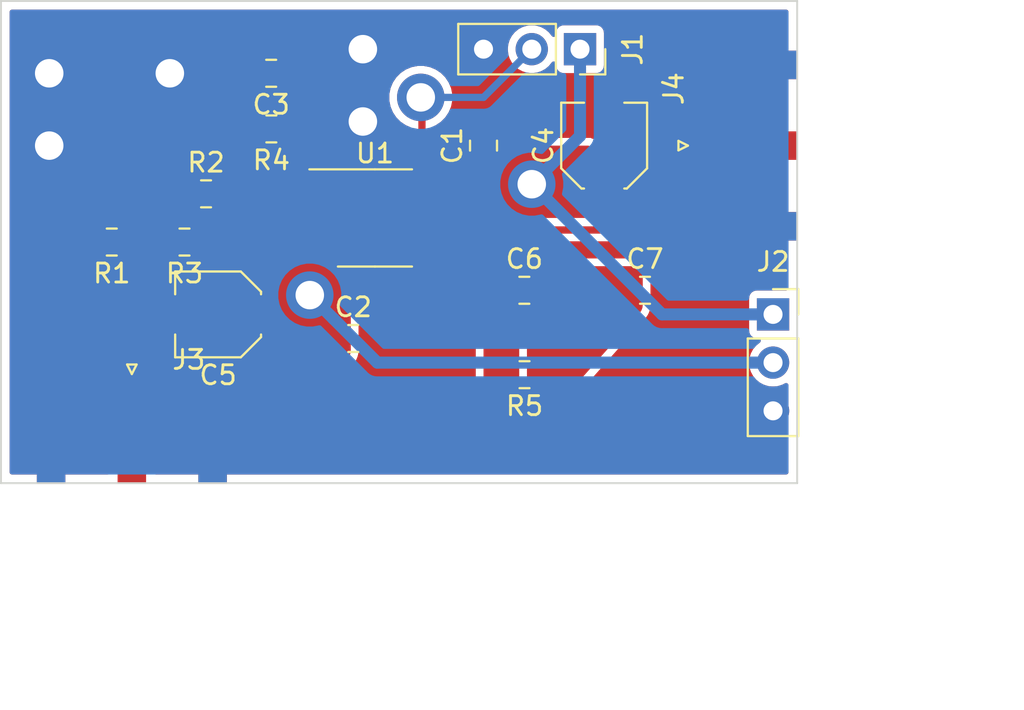
<source format=kicad_pcb>
(kicad_pcb (version 20171130) (host pcbnew "(5.1.0)-1")

  (general
    (thickness 1.6)
    (drawings 4)
    (tracks 29)
    (zones 0)
    (modules 17)
    (nets 12)
  )

  (page A4)
  (layers
    (0 F.Cu signal)
    (31 B.Cu signal)
    (32 B.Adhes user)
    (33 F.Adhes user)
    (34 B.Paste user)
    (35 F.Paste user)
    (36 B.SilkS user)
    (37 F.SilkS user)
    (38 B.Mask user)
    (39 F.Mask user)
    (40 Dwgs.User user)
    (41 Cmts.User user)
    (42 Eco1.User user)
    (43 Eco2.User user)
    (44 Edge.Cuts user)
    (45 Margin user)
    (46 B.CrtYd user)
    (47 F.CrtYd user)
    (48 B.Fab user)
    (49 F.Fab user)
  )

  (setup
    (last_trace_width 0.381)
    (trace_clearance 0.254)
    (zone_clearance 0.4064)
    (zone_45_only no)
    (trace_min 0.2)
    (via_size 2.5)
    (via_drill 1.5)
    (via_min_size 0.4)
    (via_min_drill 0.3)
    (uvia_size 0.3)
    (uvia_drill 0.1)
    (uvias_allowed no)
    (uvia_min_size 0.2)
    (uvia_min_drill 0.1)
    (edge_width 0.1)
    (segment_width 0.2)
    (pcb_text_width 0.3)
    (pcb_text_size 1.5 1.5)
    (mod_edge_width 0.15)
    (mod_text_size 1 1)
    (mod_text_width 0.15)
    (pad_size 1.15 1.4)
    (pad_drill 0)
    (pad_to_mask_clearance 0)
    (aux_axis_origin 0 0)
    (grid_origin 177.8 101.6)
    (visible_elements 7FFFFFFF)
    (pcbplotparams
      (layerselection 0x01000_ffffffff)
      (usegerberextensions false)
      (usegerberattributes false)
      (usegerberadvancedattributes false)
      (creategerberjobfile false)
      (excludeedgelayer true)
      (linewidth 0.100000)
      (plotframeref false)
      (viasonmask false)
      (mode 1)
      (useauxorigin false)
      (hpglpennumber 1)
      (hpglpenspeed 20)
      (hpglpendiameter 15.000000)
      (psnegative false)
      (psa4output false)
      (plotreference true)
      (plotvalue true)
      (plotinvisibletext false)
      (padsonsilk false)
      (subtractmaskfromsilk false)
      (outputformat 1)
      (mirror false)
      (drillshape 0)
      (scaleselection 1)
      (outputdirectory ""))
  )

  (net 0 "")
  (net 1 GND)
  (net 2 +5V)
  (net 3 -5V)
  (net 4 "Net-(C3-Pad2)")
  (net 5 "Net-(C3-Pad1)")
  (net 6 "Net-(C6-Pad2)")
  (net 7 "Net-(C6-Pad1)")
  (net 8 DIS)
  (net 9 "Net-(J3-Pad1)")
  (net 10 "Net-(J4-Pad1)")
  (net 11 "Net-(R3-Pad1)")

  (net_class Default "This is the default net class."
    (clearance 0.254)
    (trace_width 0.381)
    (via_dia 2.5)
    (via_drill 1.5)
    (uvia_dia 0.3)
    (uvia_drill 0.1)
    (add_net DIS)
    (add_net GND)
    (add_net "Net-(C3-Pad1)")
    (add_net "Net-(C3-Pad2)")
    (add_net "Net-(C6-Pad1)")
    (add_net "Net-(C6-Pad2)")
    (add_net "Net-(J3-Pad1)")
    (add_net "Net-(J4-Pad1)")
    (add_net "Net-(R3-Pad1)")
  )

  (net_class Power ""
    (clearance 0.254)
    (trace_width 0.635)
    (via_dia 2.5)
    (via_drill 1.5)
    (uvia_dia 0.3)
    (uvia_drill 0.1)
    (add_net +5V)
    (add_net -5V)
  )

  (module Analog:SOIC-8_3.9x4.9mm_P1.27mm (layer F.Cu) (tedit 5CD135E4) (tstamp 5CD1B468)
    (at 220.345 123.19)
    (descr "SOIC, 8 Pin (JEDEC MS-012AA, https://www.analog.com/media/en/package-pcb-resources/package/pkg_pdf/soic_narrow-r/r_8.pdf), generated with kicad-footprint-generator ipc_gullwing_generator.py")
    (tags "SOIC SO")
    (path /5CDE9A7F)
    (attr smd)
    (fp_text reference U1 (at 0 -3.4) (layer F.SilkS)
      (effects (font (size 1 1) (thickness 0.15)))
    )
    (fp_text value AD8099ARDZ (at 0 3.4) (layer F.Fab)
      (effects (font (size 1 1) (thickness 0.15)))
    )
    (fp_text user %R (at 0 0) (layer F.Fab)
      (effects (font (size 0.98 0.98) (thickness 0.15)))
    )
    (fp_line (start 3.7 -2.7) (end -3.7 -2.7) (layer F.CrtYd) (width 0.05))
    (fp_line (start 3.7 2.7) (end 3.7 -2.7) (layer F.CrtYd) (width 0.05))
    (fp_line (start -3.7 2.7) (end 3.7 2.7) (layer F.CrtYd) (width 0.05))
    (fp_line (start -3.7 -2.7) (end -3.7 2.7) (layer F.CrtYd) (width 0.05))
    (fp_line (start -1.95 -1.475) (end -0.975 -2.45) (layer F.Fab) (width 0.1))
    (fp_line (start -1.95 2.45) (end -1.95 -1.475) (layer F.Fab) (width 0.1))
    (fp_line (start 1.95 2.45) (end -1.95 2.45) (layer F.Fab) (width 0.1))
    (fp_line (start 1.95 -2.45) (end 1.95 2.45) (layer F.Fab) (width 0.1))
    (fp_line (start -0.975 -2.45) (end 1.95 -2.45) (layer F.Fab) (width 0.1))
    (fp_line (start 0 -2.56) (end -3.45 -2.56) (layer F.SilkS) (width 0.12))
    (fp_line (start 0 -2.56) (end 1.95 -2.56) (layer F.SilkS) (width 0.12))
    (fp_line (start 0 2.56) (end -1.95 2.56) (layer F.SilkS) (width 0.12))
    (fp_line (start 0 2.56) (end 1.95 2.56) (layer F.SilkS) (width 0.12))
    (pad 9 smd rect (at 0 0) (size 2.29 2.29) (layers F.Cu F.Paste F.Mask)
      (net 1 GND) (zone_connect 2))
    (pad 8 smd roundrect (at 2.475 -1.905) (size 1.95 0.6) (layers F.Cu F.Paste F.Mask) (roundrect_rratio 0.25)
      (net 8 DIS))
    (pad 7 smd roundrect (at 2.475 -0.635) (size 1.95 0.6) (layers F.Cu F.Paste F.Mask) (roundrect_rratio 0.25)
      (net 2 +5V))
    (pad 6 smd roundrect (at 2.475 0.635) (size 1.95 0.6) (layers F.Cu F.Paste F.Mask) (roundrect_rratio 0.25)
      (net 10 "Net-(J4-Pad1)"))
    (pad 5 smd roundrect (at 2.475 1.905) (size 1.95 0.6) (layers F.Cu F.Paste F.Mask) (roundrect_rratio 0.25)
      (net 7 "Net-(C6-Pad1)"))
    (pad 4 smd roundrect (at -2.475 1.905) (size 1.95 0.6) (layers F.Cu F.Paste F.Mask) (roundrect_rratio 0.25)
      (net 3 -5V))
    (pad 3 smd roundrect (at -2.475 0.635) (size 1.95 0.6) (layers F.Cu F.Paste F.Mask) (roundrect_rratio 0.25)
      (net 11 "Net-(R3-Pad1)"))
    (pad 2 smd roundrect (at -2.475 -0.635) (size 1.95 0.6) (layers F.Cu F.Paste F.Mask) (roundrect_rratio 0.25)
      (net 4 "Net-(C3-Pad2)"))
    (pad 1 smd roundrect (at -2.475 -1.905) (size 1.95 0.6) (layers F.Cu F.Paste F.Mask) (roundrect_rratio 0.25)
      (net 5 "Net-(C3-Pad1)"))
    (model ${KISYS3DMOD}/Package_SO.3dshapes/SOIC-8_3.9x4.9mm_P1.27mm.wrl
      (at (xyz 0 0 0))
      (scale (xyz 1 1 1))
      (rotate (xyz 0 0 0))
    )
  )

  (module Connector_PinSocket_2.54mm:PinSocket_1x03_P2.54mm_Vertical (layer F.Cu) (tedit 5A19A429) (tstamp 5CD1B644)
    (at 241.3 128.27)
    (descr "Through hole straight socket strip, 1x03, 2.54mm pitch, single row (from Kicad 4.0.7), script generated")
    (tags "Through hole socket strip THT 1x03 2.54mm single row")
    (path /5CDCE727)
    (fp_text reference J2 (at 0 -2.77) (layer F.SilkS)
      (effects (font (size 1 1) (thickness 0.15)))
    )
    (fp_text value Power (at 0 7.85) (layer F.Fab)
      (effects (font (size 1 1) (thickness 0.15)))
    )
    (fp_text user %R (at 0 2.54 90) (layer F.Fab)
      (effects (font (size 1 1) (thickness 0.15)))
    )
    (fp_line (start -1.8 6.85) (end -1.8 -1.8) (layer F.CrtYd) (width 0.05))
    (fp_line (start 1.75 6.85) (end -1.8 6.85) (layer F.CrtYd) (width 0.05))
    (fp_line (start 1.75 -1.8) (end 1.75 6.85) (layer F.CrtYd) (width 0.05))
    (fp_line (start -1.8 -1.8) (end 1.75 -1.8) (layer F.CrtYd) (width 0.05))
    (fp_line (start 0 -1.33) (end 1.33 -1.33) (layer F.SilkS) (width 0.12))
    (fp_line (start 1.33 -1.33) (end 1.33 0) (layer F.SilkS) (width 0.12))
    (fp_line (start 1.33 1.27) (end 1.33 6.41) (layer F.SilkS) (width 0.12))
    (fp_line (start -1.33 6.41) (end 1.33 6.41) (layer F.SilkS) (width 0.12))
    (fp_line (start -1.33 1.27) (end -1.33 6.41) (layer F.SilkS) (width 0.12))
    (fp_line (start -1.33 1.27) (end 1.33 1.27) (layer F.SilkS) (width 0.12))
    (fp_line (start -1.27 6.35) (end -1.27 -1.27) (layer F.Fab) (width 0.1))
    (fp_line (start 1.27 6.35) (end -1.27 6.35) (layer F.Fab) (width 0.1))
    (fp_line (start 1.27 -0.635) (end 1.27 6.35) (layer F.Fab) (width 0.1))
    (fp_line (start 0.635 -1.27) (end 1.27 -0.635) (layer F.Fab) (width 0.1))
    (fp_line (start -1.27 -1.27) (end 0.635 -1.27) (layer F.Fab) (width 0.1))
    (pad 3 thru_hole oval (at 0 5.08) (size 1.7 1.7) (drill 1) (layers *.Cu *.Mask)
      (net 1 GND))
    (pad 2 thru_hole oval (at 0 2.54) (size 1.7 1.7) (drill 1) (layers *.Cu *.Mask)
      (net 3 -5V))
    (pad 1 thru_hole rect (at 0 0) (size 1.7 1.7) (drill 1) (layers *.Cu *.Mask)
      (net 2 +5V))
    (model ${KISYS3DMOD}/Connector_PinSocket_2.54mm.3dshapes/PinSocket_1x03_P2.54mm_Vertical.wrl
      (at (xyz 0 0 0))
      (scale (xyz 1 1 1))
      (rotate (xyz 0 0 0))
    )
  )

  (module Resistor_SMD:R_0805_2012Metric_Pad1.15x1.40mm_HandSolder (layer F.Cu) (tedit 5B36C52B) (tstamp 5CD17D96)
    (at 228.219 131.445 180)
    (descr "Resistor SMD 0805 (2012 Metric), square (rectangular) end terminal, IPC_7351 nominal with elongated pad for handsoldering. (Body size source: https://docs.google.com/spreadsheets/d/1BsfQQcO9C6DZCsRaXUlFlo91Tg2WpOkGARC1WS5S8t0/edit?usp=sharing), generated with kicad-footprint-generator")
    (tags "resistor handsolder")
    (path /5CB26D09)
    (attr smd)
    (fp_text reference R5 (at 0 -1.65) (layer F.SilkS)
      (effects (font (size 1 1) (thickness 0.15)))
    )
    (fp_text value 50 (at 0 1.65) (layer F.Fab)
      (effects (font (size 1 1) (thickness 0.15)))
    )
    (fp_text user %R (at 0 0) (layer F.Fab)
      (effects (font (size 0.5 0.5) (thickness 0.08)))
    )
    (fp_line (start 1.85 0.95) (end -1.85 0.95) (layer F.CrtYd) (width 0.05))
    (fp_line (start 1.85 -0.95) (end 1.85 0.95) (layer F.CrtYd) (width 0.05))
    (fp_line (start -1.85 -0.95) (end 1.85 -0.95) (layer F.CrtYd) (width 0.05))
    (fp_line (start -1.85 0.95) (end -1.85 -0.95) (layer F.CrtYd) (width 0.05))
    (fp_line (start -0.261252 0.71) (end 0.261252 0.71) (layer F.SilkS) (width 0.12))
    (fp_line (start -0.261252 -0.71) (end 0.261252 -0.71) (layer F.SilkS) (width 0.12))
    (fp_line (start 1 0.6) (end -1 0.6) (layer F.Fab) (width 0.1))
    (fp_line (start 1 -0.6) (end 1 0.6) (layer F.Fab) (width 0.1))
    (fp_line (start -1 -0.6) (end 1 -0.6) (layer F.Fab) (width 0.1))
    (fp_line (start -1 0.6) (end -1 -0.6) (layer F.Fab) (width 0.1))
    (pad 2 smd roundrect (at 1.025 0 180) (size 1.15 1.4) (layers F.Cu F.Paste F.Mask) (roundrect_rratio 0.217391)
      (net 7 "Net-(C6-Pad1)"))
    (pad 1 smd roundrect (at -1.025 0 180) (size 1.15 1.4) (layers F.Cu F.Paste F.Mask) (roundrect_rratio 0.217391)
      (net 6 "Net-(C6-Pad2)"))
    (model ${KISYS3DMOD}/Resistor_SMD.3dshapes/R_0805_2012Metric.wrl
      (at (xyz 0 0 0))
      (scale (xyz 1 1 1))
      (rotate (xyz 0 0 0))
    )
  )

  (module Resistor_SMD:R_0805_2012Metric_Pad1.15x1.40mm_HandSolder (layer F.Cu) (tedit 5B36C52B) (tstamp 5CD1A332)
    (at 214.893 118.5 180)
    (descr "Resistor SMD 0805 (2012 Metric), square (rectangular) end terminal, IPC_7351 nominal with elongated pad for handsoldering. (Body size source: https://docs.google.com/spreadsheets/d/1BsfQQcO9C6DZCsRaXUlFlo91Tg2WpOkGARC1WS5S8t0/edit?usp=sharing), generated with kicad-footprint-generator")
    (tags "resistor handsolder")
    (path /5CB0D395)
    (attr smd)
    (fp_text reference R4 (at 0 -1.65) (layer F.SilkS)
      (effects (font (size 1 1) (thickness 0.15)))
    )
    (fp_text value Rf (at 2.93 2.803) (layer F.Fab)
      (effects (font (size 1 1) (thickness 0.15)))
    )
    (fp_text user %R (at 0 0) (layer F.Fab)
      (effects (font (size 0.5 0.5) (thickness 0.08)))
    )
    (fp_line (start 1.85 0.95) (end -1.85 0.95) (layer F.CrtYd) (width 0.05))
    (fp_line (start 1.85 -0.95) (end 1.85 0.95) (layer F.CrtYd) (width 0.05))
    (fp_line (start -1.85 -0.95) (end 1.85 -0.95) (layer F.CrtYd) (width 0.05))
    (fp_line (start -1.85 0.95) (end -1.85 -0.95) (layer F.CrtYd) (width 0.05))
    (fp_line (start -0.261252 0.71) (end 0.261252 0.71) (layer F.SilkS) (width 0.12))
    (fp_line (start -0.261252 -0.71) (end 0.261252 -0.71) (layer F.SilkS) (width 0.12))
    (fp_line (start 1 0.6) (end -1 0.6) (layer F.Fab) (width 0.1))
    (fp_line (start 1 -0.6) (end 1 0.6) (layer F.Fab) (width 0.1))
    (fp_line (start -1 -0.6) (end 1 -0.6) (layer F.Fab) (width 0.1))
    (fp_line (start -1 0.6) (end -1 -0.6) (layer F.Fab) (width 0.1))
    (pad 2 smd roundrect (at 1.025 0 180) (size 1.15 1.4) (layers F.Cu F.Paste F.Mask) (roundrect_rratio 0.217391)
      (net 4 "Net-(C3-Pad2)"))
    (pad 1 smd roundrect (at -1.025 0 180) (size 1.15 1.4) (layers F.Cu F.Paste F.Mask) (roundrect_rratio 0.217391)
      (net 5 "Net-(C3-Pad1)"))
    (model ${KISYS3DMOD}/Resistor_SMD.3dshapes/R_0805_2012Metric.wrl
      (at (xyz 0 0 0))
      (scale (xyz 1 1 1))
      (rotate (xyz 0 0 0))
    )
  )

  (module Resistor_SMD:R_0805_2012Metric_Pad1.15x1.40mm_HandSolder (layer F.Cu) (tedit 5B36C52B) (tstamp 5CD18E14)
    (at 210.321 124.46 180)
    (descr "Resistor SMD 0805 (2012 Metric), square (rectangular) end terminal, IPC_7351 nominal with elongated pad for handsoldering. (Body size source: https://docs.google.com/spreadsheets/d/1BsfQQcO9C6DZCsRaXUlFlo91Tg2WpOkGARC1WS5S8t0/edit?usp=sharing), generated with kicad-footprint-generator")
    (tags "resistor handsolder")
    (path /5CB09A75)
    (attr smd)
    (fp_text reference R3 (at 0 -1.65) (layer F.SilkS)
      (effects (font (size 1 1) (thickness 0.15)))
    )
    (fp_text value 50 (at 0 1.65) (layer F.Fab)
      (effects (font (size 1 1) (thickness 0.15)))
    )
    (fp_text user %R (at 0 0) (layer F.Fab)
      (effects (font (size 0.5 0.5) (thickness 0.08)))
    )
    (fp_line (start 1.85 0.95) (end -1.85 0.95) (layer F.CrtYd) (width 0.05))
    (fp_line (start 1.85 -0.95) (end 1.85 0.95) (layer F.CrtYd) (width 0.05))
    (fp_line (start -1.85 -0.95) (end 1.85 -0.95) (layer F.CrtYd) (width 0.05))
    (fp_line (start -1.85 0.95) (end -1.85 -0.95) (layer F.CrtYd) (width 0.05))
    (fp_line (start -0.261252 0.71) (end 0.261252 0.71) (layer F.SilkS) (width 0.12))
    (fp_line (start -0.261252 -0.71) (end 0.261252 -0.71) (layer F.SilkS) (width 0.12))
    (fp_line (start 1 0.6) (end -1 0.6) (layer F.Fab) (width 0.1))
    (fp_line (start 1 -0.6) (end 1 0.6) (layer F.Fab) (width 0.1))
    (fp_line (start -1 -0.6) (end 1 -0.6) (layer F.Fab) (width 0.1))
    (fp_line (start -1 0.6) (end -1 -0.6) (layer F.Fab) (width 0.1))
    (pad 2 smd roundrect (at 1.025 0 180) (size 1.15 1.4) (layers F.Cu F.Paste F.Mask) (roundrect_rratio 0.217391)
      (net 9 "Net-(J3-Pad1)"))
    (pad 1 smd roundrect (at -1.025 0 180) (size 1.15 1.4) (layers F.Cu F.Paste F.Mask) (roundrect_rratio 0.217391)
      (net 11 "Net-(R3-Pad1)"))
    (model ${KISYS3DMOD}/Resistor_SMD.3dshapes/R_0805_2012Metric.wrl
      (at (xyz 0 0 0))
      (scale (xyz 1 1 1))
      (rotate (xyz 0 0 0))
    )
  )

  (module Resistor_SMD:R_0805_2012Metric_Pad1.15x1.40mm_HandSolder (layer F.Cu) (tedit 5B36C52B) (tstamp 5CD17D63)
    (at 211.455 121.92)
    (descr "Resistor SMD 0805 (2012 Metric), square (rectangular) end terminal, IPC_7351 nominal with elongated pad for handsoldering. (Body size source: https://docs.google.com/spreadsheets/d/1BsfQQcO9C6DZCsRaXUlFlo91Tg2WpOkGARC1WS5S8t0/edit?usp=sharing), generated with kicad-footprint-generator")
    (tags "resistor handsolder")
    (path /5CB1F70D)
    (attr smd)
    (fp_text reference R2 (at 0 -1.65) (layer F.SilkS)
      (effects (font (size 1 1) (thickness 0.15)))
    )
    (fp_text value Rg (at 0 1.65) (layer F.Fab)
      (effects (font (size 1 1) (thickness 0.15)))
    )
    (fp_text user %R (at 0 0) (layer F.Fab)
      (effects (font (size 0.5 0.5) (thickness 0.08)))
    )
    (fp_line (start 1.85 0.95) (end -1.85 0.95) (layer F.CrtYd) (width 0.05))
    (fp_line (start 1.85 -0.95) (end 1.85 0.95) (layer F.CrtYd) (width 0.05))
    (fp_line (start -1.85 -0.95) (end 1.85 -0.95) (layer F.CrtYd) (width 0.05))
    (fp_line (start -1.85 0.95) (end -1.85 -0.95) (layer F.CrtYd) (width 0.05))
    (fp_line (start -0.261252 0.71) (end 0.261252 0.71) (layer F.SilkS) (width 0.12))
    (fp_line (start -0.261252 -0.71) (end 0.261252 -0.71) (layer F.SilkS) (width 0.12))
    (fp_line (start 1 0.6) (end -1 0.6) (layer F.Fab) (width 0.1))
    (fp_line (start 1 -0.6) (end 1 0.6) (layer F.Fab) (width 0.1))
    (fp_line (start -1 -0.6) (end 1 -0.6) (layer F.Fab) (width 0.1))
    (fp_line (start -1 0.6) (end -1 -0.6) (layer F.Fab) (width 0.1))
    (pad 2 smd roundrect (at 1.025 0) (size 1.15 1.4) (layers F.Cu F.Paste F.Mask) (roundrect_rratio 0.217391)
      (net 4 "Net-(C3-Pad2)"))
    (pad 1 smd roundrect (at -1.025 0) (size 1.15 1.4) (layers F.Cu F.Paste F.Mask) (roundrect_rratio 0.217391)
      (net 1 GND))
    (model ${KISYS3DMOD}/Resistor_SMD.3dshapes/R_0805_2012Metric.wrl
      (at (xyz 0 0 0))
      (scale (xyz 1 1 1))
      (rotate (xyz 0 0 0))
    )
  )

  (module Resistor_SMD:R_0805_2012Metric_Pad1.15x1.40mm_HandSolder (layer F.Cu) (tedit 5B36C52B) (tstamp 5CD1810F)
    (at 206.493 124.46 180)
    (descr "Resistor SMD 0805 (2012 Metric), square (rectangular) end terminal, IPC_7351 nominal with elongated pad for handsoldering. (Body size source: https://docs.google.com/spreadsheets/d/1BsfQQcO9C6DZCsRaXUlFlo91Tg2WpOkGARC1WS5S8t0/edit?usp=sharing), generated with kicad-footprint-generator")
    (tags "resistor handsolder")
    (path /5CB08BED)
    (attr smd)
    (fp_text reference R1 (at 0 -1.65) (layer F.SilkS)
      (effects (font (size 1 1) (thickness 0.15)))
    )
    (fp_text value 50 (at 0 1.65) (layer F.Fab)
      (effects (font (size 1 1) (thickness 0.15)))
    )
    (fp_text user %R (at 0 0) (layer F.Fab)
      (effects (font (size 0.5 0.5) (thickness 0.08)))
    )
    (fp_line (start 1.85 0.95) (end -1.85 0.95) (layer F.CrtYd) (width 0.05))
    (fp_line (start 1.85 -0.95) (end 1.85 0.95) (layer F.CrtYd) (width 0.05))
    (fp_line (start -1.85 -0.95) (end 1.85 -0.95) (layer F.CrtYd) (width 0.05))
    (fp_line (start -1.85 0.95) (end -1.85 -0.95) (layer F.CrtYd) (width 0.05))
    (fp_line (start -0.261252 0.71) (end 0.261252 0.71) (layer F.SilkS) (width 0.12))
    (fp_line (start -0.261252 -0.71) (end 0.261252 -0.71) (layer F.SilkS) (width 0.12))
    (fp_line (start 1 0.6) (end -1 0.6) (layer F.Fab) (width 0.1))
    (fp_line (start 1 -0.6) (end 1 0.6) (layer F.Fab) (width 0.1))
    (fp_line (start -1 -0.6) (end 1 -0.6) (layer F.Fab) (width 0.1))
    (fp_line (start -1 0.6) (end -1 -0.6) (layer F.Fab) (width 0.1))
    (pad 2 smd roundrect (at 1.025 0 180) (size 1.15 1.4) (layers F.Cu F.Paste F.Mask) (roundrect_rratio 0.217391)
      (net 1 GND))
    (pad 1 smd roundrect (at -1.025 0 180) (size 1.15 1.4) (layers F.Cu F.Paste F.Mask) (roundrect_rratio 0.217391)
      (net 9 "Net-(J3-Pad1)"))
    (model ${KISYS3DMOD}/Resistor_SMD.3dshapes/R_0805_2012Metric.wrl
      (at (xyz 0 0 0))
      (scale (xyz 1 1 1))
      (rotate (xyz 0 0 0))
    )
  )

  (module Connector_Coaxial:SMA_Amphenol_132289_EdgeMount (layer F.Cu) (tedit 5A1C1810) (tstamp 5CD17D41)
    (at 240.03 119.38)
    (descr http://www.amphenolrf.com/132289.html)
    (tags SMA)
    (path /5CDA0C56)
    (attr smd)
    (fp_text reference J4 (at -3.96 -3 90) (layer F.SilkS)
      (effects (font (size 1 1) (thickness 0.15)))
    )
    (fp_text value SMA (at 5 6) (layer F.Fab)
      (effects (font (size 1 1) (thickness 0.15)))
    )
    (fp_line (start -1.91 5.08) (end 4.445 5.08) (layer F.Fab) (width 0.1))
    (fp_line (start -1.91 3.81) (end -1.91 5.08) (layer F.Fab) (width 0.1))
    (fp_line (start 2.54 3.81) (end -1.91 3.81) (layer F.Fab) (width 0.1))
    (fp_line (start 2.54 -3.81) (end 2.54 3.81) (layer F.Fab) (width 0.1))
    (fp_line (start -1.91 -3.81) (end 2.54 -3.81) (layer F.Fab) (width 0.1))
    (fp_line (start -1.91 -5.08) (end -1.91 -3.81) (layer F.Fab) (width 0.1))
    (fp_line (start -1.91 -5.08) (end 4.445 -5.08) (layer F.Fab) (width 0.1))
    (fp_line (start 4.445 -3.81) (end 4.445 -5.08) (layer F.Fab) (width 0.1))
    (fp_line (start 4.445 5.08) (end 4.445 3.81) (layer F.Fab) (width 0.1))
    (fp_line (start 13.97 3.81) (end 4.445 3.81) (layer F.Fab) (width 0.1))
    (fp_line (start 13.97 -3.81) (end 13.97 3.81) (layer F.Fab) (width 0.1))
    (fp_line (start 4.445 -3.81) (end 13.97 -3.81) (layer F.Fab) (width 0.1))
    (fp_line (start -3.04 5.58) (end -3.04 -5.58) (layer B.CrtYd) (width 0.05))
    (fp_line (start 14.47 5.58) (end -3.04 5.58) (layer B.CrtYd) (width 0.05))
    (fp_line (start 14.47 -5.58) (end 14.47 5.58) (layer B.CrtYd) (width 0.05))
    (fp_line (start 14.47 -5.58) (end -3.04 -5.58) (layer B.CrtYd) (width 0.05))
    (fp_line (start -3.04 5.58) (end -3.04 -5.58) (layer F.CrtYd) (width 0.05))
    (fp_line (start 14.47 5.58) (end -3.04 5.58) (layer F.CrtYd) (width 0.05))
    (fp_line (start 14.47 -5.58) (end 14.47 5.58) (layer F.CrtYd) (width 0.05))
    (fp_line (start 14.47 -5.58) (end -3.04 -5.58) (layer F.CrtYd) (width 0.05))
    (fp_text user %R (at 4.79 0 270) (layer F.Fab)
      (effects (font (size 1 1) (thickness 0.15)))
    )
    (fp_line (start 2.54 -0.75) (end 3.54 0) (layer F.Fab) (width 0.1))
    (fp_line (start 3.54 0) (end 2.54 0.75) (layer F.Fab) (width 0.1))
    (fp_line (start -3.21 0) (end -3.71 -0.25) (layer F.SilkS) (width 0.12))
    (fp_line (start -3.71 -0.25) (end -3.71 0.25) (layer F.SilkS) (width 0.12))
    (fp_line (start -3.71 0.25) (end -3.21 0) (layer F.SilkS) (width 0.12))
    (pad 1 smd rect (at 0 0 90) (size 1.5 5.08) (layers F.Cu F.Paste F.Mask)
      (net 10 "Net-(J4-Pad1)"))
    (pad 2 smd rect (at 0 -4.25 90) (size 1.5 5.08) (layers F.Cu F.Paste F.Mask)
      (net 1 GND))
    (pad 2 smd rect (at 0 4.25 90) (size 1.5 5.08) (layers F.Cu F.Paste F.Mask)
      (net 1 GND))
    (pad 2 smd rect (at 0 -4.25 90) (size 1.5 5.08) (layers B.Cu B.Paste B.Mask)
      (net 1 GND))
    (pad 2 smd rect (at 0 4.25 90) (size 1.5 5.08) (layers B.Cu B.Paste B.Mask)
      (net 1 GND))
    (model ${KISYS3DMOD}/Connector_Coaxial.3dshapes/SMA_Amphenol_132289_EdgeMount.wrl
      (at (xyz 0 0 0))
      (scale (xyz 1 1 1))
      (rotate (xyz 0 0 0))
    )
  )

  (module Connector_Coaxial:SMA_Amphenol_132289_EdgeMount (layer F.Cu) (tedit 5A1C1810) (tstamp 5CD17D1E)
    (at 207.55 134.62 270)
    (descr http://www.amphenolrf.com/132289.html)
    (tags SMA)
    (path /5CAFBD08)
    (attr smd)
    (fp_text reference J3 (at -3.96 -3) (layer F.SilkS)
      (effects (font (size 1 1) (thickness 0.15)))
    )
    (fp_text value SMA (at 5 6 90) (layer F.Fab)
      (effects (font (size 1 1) (thickness 0.15)))
    )
    (fp_line (start -1.91 5.08) (end 4.445 5.08) (layer F.Fab) (width 0.1))
    (fp_line (start -1.91 3.81) (end -1.91 5.08) (layer F.Fab) (width 0.1))
    (fp_line (start 2.54 3.81) (end -1.91 3.81) (layer F.Fab) (width 0.1))
    (fp_line (start 2.54 -3.81) (end 2.54 3.81) (layer F.Fab) (width 0.1))
    (fp_line (start -1.91 -3.81) (end 2.54 -3.81) (layer F.Fab) (width 0.1))
    (fp_line (start -1.91 -5.08) (end -1.91 -3.81) (layer F.Fab) (width 0.1))
    (fp_line (start -1.91 -5.08) (end 4.445 -5.08) (layer F.Fab) (width 0.1))
    (fp_line (start 4.445 -3.81) (end 4.445 -5.08) (layer F.Fab) (width 0.1))
    (fp_line (start 4.445 5.08) (end 4.445 3.81) (layer F.Fab) (width 0.1))
    (fp_line (start 13.97 3.81) (end 4.445 3.81) (layer F.Fab) (width 0.1))
    (fp_line (start 13.97 -3.81) (end 13.97 3.81) (layer F.Fab) (width 0.1))
    (fp_line (start 4.445 -3.81) (end 13.97 -3.81) (layer F.Fab) (width 0.1))
    (fp_line (start -3.04 5.58) (end -3.04 -5.58) (layer B.CrtYd) (width 0.05))
    (fp_line (start 14.47 5.58) (end -3.04 5.58) (layer B.CrtYd) (width 0.05))
    (fp_line (start 14.47 -5.58) (end 14.47 5.58) (layer B.CrtYd) (width 0.05))
    (fp_line (start 14.47 -5.58) (end -3.04 -5.58) (layer B.CrtYd) (width 0.05))
    (fp_line (start -3.04 5.58) (end -3.04 -5.58) (layer F.CrtYd) (width 0.05))
    (fp_line (start 14.47 5.58) (end -3.04 5.58) (layer F.CrtYd) (width 0.05))
    (fp_line (start 14.47 -5.58) (end 14.47 5.58) (layer F.CrtYd) (width 0.05))
    (fp_line (start 14.47 -5.58) (end -3.04 -5.58) (layer F.CrtYd) (width 0.05))
    (fp_text user %R (at 4.79 0 180) (layer F.Fab)
      (effects (font (size 1 1) (thickness 0.15)))
    )
    (fp_line (start 2.54 -0.75) (end 3.54 0) (layer F.Fab) (width 0.1))
    (fp_line (start 3.54 0) (end 2.54 0.75) (layer F.Fab) (width 0.1))
    (fp_line (start -3.21 0) (end -3.71 -0.25) (layer F.SilkS) (width 0.12))
    (fp_line (start -3.71 -0.25) (end -3.71 0.25) (layer F.SilkS) (width 0.12))
    (fp_line (start -3.71 0.25) (end -3.21 0) (layer F.SilkS) (width 0.12))
    (pad 1 smd rect (at 0 0) (size 1.5 5.08) (layers F.Cu F.Paste F.Mask)
      (net 9 "Net-(J3-Pad1)"))
    (pad 2 smd rect (at 0 -4.25) (size 1.5 5.08) (layers F.Cu F.Paste F.Mask)
      (net 1 GND))
    (pad 2 smd rect (at 0 4.25) (size 1.5 5.08) (layers F.Cu F.Paste F.Mask)
      (net 1 GND))
    (pad 2 smd rect (at 0 -4.25) (size 1.5 5.08) (layers B.Cu B.Paste B.Mask)
      (net 1 GND))
    (pad 2 smd rect (at 0 4.25) (size 1.5 5.08) (layers B.Cu B.Paste B.Mask)
      (net 1 GND))
    (model ${KISYS3DMOD}/Connector_Coaxial.3dshapes/SMA_Amphenol_132289_EdgeMount.wrl
      (at (xyz 0 0 0))
      (scale (xyz 1 1 1))
      (rotate (xyz 0 0 0))
    )
  )

  (module Connector_PinSocket_2.54mm:PinSocket_1x03_P2.54mm_Vertical (layer F.Cu) (tedit 5A19A429) (tstamp 5CD17CE4)
    (at 231.14 114.3 270)
    (descr "Through hole straight socket strip, 1x03, 2.54mm pitch, single row (from Kicad 4.0.7), script generated")
    (tags "Through hole socket strip THT 1x03 2.54mm single row")
    (path /5CC2043A)
    (fp_text reference J1 (at 0 -2.77 90) (layer F.SilkS)
      (effects (font (size 1 1) (thickness 0.15)))
    )
    (fp_text value Power (at 0 7.85 90) (layer F.Fab)
      (effects (font (size 1 1) (thickness 0.15)))
    )
    (fp_text user %R (at 0 2.54) (layer F.Fab)
      (effects (font (size 1 1) (thickness 0.15)))
    )
    (fp_line (start -1.8 6.85) (end -1.8 -1.8) (layer F.CrtYd) (width 0.05))
    (fp_line (start 1.75 6.85) (end -1.8 6.85) (layer F.CrtYd) (width 0.05))
    (fp_line (start 1.75 -1.8) (end 1.75 6.85) (layer F.CrtYd) (width 0.05))
    (fp_line (start -1.8 -1.8) (end 1.75 -1.8) (layer F.CrtYd) (width 0.05))
    (fp_line (start 0 -1.33) (end 1.33 -1.33) (layer F.SilkS) (width 0.12))
    (fp_line (start 1.33 -1.33) (end 1.33 0) (layer F.SilkS) (width 0.12))
    (fp_line (start 1.33 1.27) (end 1.33 6.41) (layer F.SilkS) (width 0.12))
    (fp_line (start -1.33 6.41) (end 1.33 6.41) (layer F.SilkS) (width 0.12))
    (fp_line (start -1.33 1.27) (end -1.33 6.41) (layer F.SilkS) (width 0.12))
    (fp_line (start -1.33 1.27) (end 1.33 1.27) (layer F.SilkS) (width 0.12))
    (fp_line (start -1.27 6.35) (end -1.27 -1.27) (layer F.Fab) (width 0.1))
    (fp_line (start 1.27 6.35) (end -1.27 6.35) (layer F.Fab) (width 0.1))
    (fp_line (start 1.27 -0.635) (end 1.27 6.35) (layer F.Fab) (width 0.1))
    (fp_line (start 0.635 -1.27) (end 1.27 -0.635) (layer F.Fab) (width 0.1))
    (fp_line (start -1.27 -1.27) (end 0.635 -1.27) (layer F.Fab) (width 0.1))
    (pad 3 thru_hole oval (at 0 5.08 270) (size 1.7 1.7) (drill 1) (layers *.Cu *.Mask)
      (net 1 GND))
    (pad 2 thru_hole oval (at 0 2.54 270) (size 1.7 1.7) (drill 1) (layers *.Cu *.Mask)
      (net 8 DIS))
    (pad 1 thru_hole rect (at 0 0 270) (size 1.7 1.7) (drill 1) (layers *.Cu *.Mask)
      (net 2 +5V))
    (model ${KISYS3DMOD}/Connector_PinSocket_2.54mm.3dshapes/PinSocket_1x03_P2.54mm_Vertical.wrl
      (at (xyz 0 0 0))
      (scale (xyz 1 1 1))
      (rotate (xyz 0 0 0))
    )
  )

  (module Capacitor_SMD:C_0805_2012Metric_Pad1.15x1.40mm_HandSolder (layer F.Cu) (tedit 5B36C52B) (tstamp 5CD17CCD)
    (at 234.56 127)
    (descr "Capacitor SMD 0805 (2012 Metric), square (rectangular) end terminal, IPC_7351 nominal with elongated pad for handsoldering. (Body size source: https://docs.google.com/spreadsheets/d/1BsfQQcO9C6DZCsRaXUlFlo91Tg2WpOkGARC1WS5S8t0/edit?usp=sharing), generated with kicad-footprint-generator")
    (tags "capacitor handsolder")
    (path /5CB2BD3D)
    (attr smd)
    (fp_text reference C7 (at 0 -1.65) (layer F.SilkS)
      (effects (font (size 1 1) (thickness 0.15)))
    )
    (fp_text value "CC 0-5p" (at 0 1.65) (layer F.Fab)
      (effects (font (size 1 1) (thickness 0.15)))
    )
    (fp_text user %R (at 0 0) (layer F.Fab)
      (effects (font (size 0.5 0.5) (thickness 0.08)))
    )
    (fp_line (start 1.85 0.95) (end -1.85 0.95) (layer F.CrtYd) (width 0.05))
    (fp_line (start 1.85 -0.95) (end 1.85 0.95) (layer F.CrtYd) (width 0.05))
    (fp_line (start -1.85 -0.95) (end 1.85 -0.95) (layer F.CrtYd) (width 0.05))
    (fp_line (start -1.85 0.95) (end -1.85 -0.95) (layer F.CrtYd) (width 0.05))
    (fp_line (start -0.261252 0.71) (end 0.261252 0.71) (layer F.SilkS) (width 0.12))
    (fp_line (start -0.261252 -0.71) (end 0.261252 -0.71) (layer F.SilkS) (width 0.12))
    (fp_line (start 1 0.6) (end -1 0.6) (layer F.Fab) (width 0.1))
    (fp_line (start 1 -0.6) (end 1 0.6) (layer F.Fab) (width 0.1))
    (fp_line (start -1 -0.6) (end 1 -0.6) (layer F.Fab) (width 0.1))
    (fp_line (start -1 0.6) (end -1 -0.6) (layer F.Fab) (width 0.1))
    (pad 2 smd roundrect (at 1.025 0) (size 1.15 1.4) (layers F.Cu F.Paste F.Mask) (roundrect_rratio 0.217391)
      (net 1 GND))
    (pad 1 smd roundrect (at -1.025 0) (size 1.15 1.4) (layers F.Cu F.Paste F.Mask) (roundrect_rratio 0.217391)
      (net 6 "Net-(C6-Pad2)"))
    (model ${KISYS3DMOD}/Capacitor_SMD.3dshapes/C_0805_2012Metric.wrl
      (at (xyz 0 0 0))
      (scale (xyz 1 1 1))
      (rotate (xyz 0 0 0))
    )
  )

  (module Capacitor_SMD:C_0805_2012Metric_Pad1.15x1.40mm_HandSolder (layer F.Cu) (tedit 5B36C52B) (tstamp 5CD17CBC)
    (at 228.21 127)
    (descr "Capacitor SMD 0805 (2012 Metric), square (rectangular) end terminal, IPC_7351 nominal with elongated pad for handsoldering. (Body size source: https://docs.google.com/spreadsheets/d/1BsfQQcO9C6DZCsRaXUlFlo91Tg2WpOkGARC1WS5S8t0/edit?usp=sharing), generated with kicad-footprint-generator")
    (tags "capacitor handsolder")
    (path /5CB2A914)
    (attr smd)
    (fp_text reference C6 (at 0 -1.65) (layer F.SilkS)
      (effects (font (size 1 1) (thickness 0.15)))
    )
    (fp_text value 0-2p (at 0 1.65) (layer F.Fab)
      (effects (font (size 1 1) (thickness 0.15)))
    )
    (fp_text user %R (at 0 0) (layer F.Fab)
      (effects (font (size 0.5 0.5) (thickness 0.08)))
    )
    (fp_line (start 1.85 0.95) (end -1.85 0.95) (layer F.CrtYd) (width 0.05))
    (fp_line (start 1.85 -0.95) (end 1.85 0.95) (layer F.CrtYd) (width 0.05))
    (fp_line (start -1.85 -0.95) (end 1.85 -0.95) (layer F.CrtYd) (width 0.05))
    (fp_line (start -1.85 0.95) (end -1.85 -0.95) (layer F.CrtYd) (width 0.05))
    (fp_line (start -0.261252 0.71) (end 0.261252 0.71) (layer F.SilkS) (width 0.12))
    (fp_line (start -0.261252 -0.71) (end 0.261252 -0.71) (layer F.SilkS) (width 0.12))
    (fp_line (start 1 0.6) (end -1 0.6) (layer F.Fab) (width 0.1))
    (fp_line (start 1 -0.6) (end 1 0.6) (layer F.Fab) (width 0.1))
    (fp_line (start -1 -0.6) (end 1 -0.6) (layer F.Fab) (width 0.1))
    (fp_line (start -1 0.6) (end -1 -0.6) (layer F.Fab) (width 0.1))
    (pad 2 smd roundrect (at 1.025 0) (size 1.15 1.4) (layers F.Cu F.Paste F.Mask) (roundrect_rratio 0.217391)
      (net 6 "Net-(C6-Pad2)"))
    (pad 1 smd roundrect (at -1.025 0) (size 1.15 1.4) (layers F.Cu F.Paste F.Mask) (roundrect_rratio 0.217391)
      (net 7 "Net-(C6-Pad1)"))
    (model ${KISYS3DMOD}/Capacitor_SMD.3dshapes/C_0805_2012Metric.wrl
      (at (xyz 0 0 0))
      (scale (xyz 1 1 1))
      (rotate (xyz 0 0 0))
    )
  )

  (module Capacitor_SMD:C_Elec_4x5.4 (layer F.Cu) (tedit 5BC8D926) (tstamp 5CD18937)
    (at 212.09 128.27 180)
    (descr "SMD capacitor, aluminum electrolytic nonpolar, 4.0x5.4mm")
    (tags "capacitor electrolyic nonpolar")
    (path /5CB1052E)
    (attr smd)
    (fp_text reference C5 (at 0 -3.2) (layer F.SilkS)
      (effects (font (size 1 1) (thickness 0.15)))
    )
    (fp_text value 10u (at 0 3.2) (layer F.Fab)
      (effects (font (size 1 1) (thickness 0.15)))
    )
    (fp_text user %R (at 0 0) (layer F.Fab)
      (effects (font (size 0.8 0.8) (thickness 0.12)))
    )
    (fp_line (start -3.25 1.05) (end -2.4 1.05) (layer F.CrtYd) (width 0.05))
    (fp_line (start -3.25 -1.05) (end -3.25 1.05) (layer F.CrtYd) (width 0.05))
    (fp_line (start -2.4 -1.05) (end -3.25 -1.05) (layer F.CrtYd) (width 0.05))
    (fp_line (start -2.4 1.05) (end -2.4 1.25) (layer F.CrtYd) (width 0.05))
    (fp_line (start -2.4 -1.25) (end -2.4 -1.05) (layer F.CrtYd) (width 0.05))
    (fp_line (start -2.4 -1.25) (end -1.25 -2.4) (layer F.CrtYd) (width 0.05))
    (fp_line (start -2.4 1.25) (end -1.25 2.4) (layer F.CrtYd) (width 0.05))
    (fp_line (start -1.25 -2.4) (end 2.4 -2.4) (layer F.CrtYd) (width 0.05))
    (fp_line (start -1.25 2.4) (end 2.4 2.4) (layer F.CrtYd) (width 0.05))
    (fp_line (start 2.4 1.05) (end 2.4 2.4) (layer F.CrtYd) (width 0.05))
    (fp_line (start 3.25 1.05) (end 2.4 1.05) (layer F.CrtYd) (width 0.05))
    (fp_line (start 3.25 -1.05) (end 3.25 1.05) (layer F.CrtYd) (width 0.05))
    (fp_line (start 2.4 -1.05) (end 3.25 -1.05) (layer F.CrtYd) (width 0.05))
    (fp_line (start 2.4 -2.4) (end 2.4 -1.05) (layer F.CrtYd) (width 0.05))
    (fp_line (start -2.26 1.195563) (end -1.195563 2.26) (layer F.SilkS) (width 0.12))
    (fp_line (start -2.26 -1.195563) (end -1.195563 -2.26) (layer F.SilkS) (width 0.12))
    (fp_line (start -2.26 -1.195563) (end -2.26 -1.06) (layer F.SilkS) (width 0.12))
    (fp_line (start -2.26 1.195563) (end -2.26 1.06) (layer F.SilkS) (width 0.12))
    (fp_line (start -1.195563 2.26) (end 2.26 2.26) (layer F.SilkS) (width 0.12))
    (fp_line (start -1.195563 -2.26) (end 2.26 -2.26) (layer F.SilkS) (width 0.12))
    (fp_line (start 2.26 -2.26) (end 2.26 -1.06) (layer F.SilkS) (width 0.12))
    (fp_line (start 2.26 2.26) (end 2.26 1.06) (layer F.SilkS) (width 0.12))
    (fp_line (start -2.15 1.15) (end -1.15 2.15) (layer F.Fab) (width 0.1))
    (fp_line (start -2.15 -1.15) (end -1.15 -2.15) (layer F.Fab) (width 0.1))
    (fp_line (start -2.15 -1.15) (end -2.15 1.15) (layer F.Fab) (width 0.1))
    (fp_line (start -1.15 2.15) (end 2.15 2.15) (layer F.Fab) (width 0.1))
    (fp_line (start -1.15 -2.15) (end 2.15 -2.15) (layer F.Fab) (width 0.1))
    (fp_line (start 2.15 -2.15) (end 2.15 2.15) (layer F.Fab) (width 0.1))
    (fp_circle (center 0 0) (end 2 0) (layer F.Fab) (width 0.1))
    (pad 2 smd roundrect (at 1.675 0 180) (size 2.65 1.6) (layers F.Cu F.Paste F.Mask) (roundrect_rratio 0.15625)
      (net 1 GND))
    (pad 1 smd roundrect (at -1.675 0 180) (size 2.65 1.6) (layers F.Cu F.Paste F.Mask) (roundrect_rratio 0.15625)
      (net 3 -5V))
    (model ${KISYS3DMOD}/Capacitor_SMD.3dshapes/C_Elec_4x5.4.wrl
      (at (xyz 0 0 0))
      (scale (xyz 1 1 1))
      (rotate (xyz 0 0 0))
    )
  )

  (module Capacitor_SMD:C_Elec_4x5.4 (layer F.Cu) (tedit 5BC8D926) (tstamp 5CD187D5)
    (at 232.41 119.38 90)
    (descr "SMD capacitor, aluminum electrolytic nonpolar, 4.0x5.4mm")
    (tags "capacitor electrolyic nonpolar")
    (path /5CB1ACFA)
    (attr smd)
    (fp_text reference C4 (at 0 -3.2 90) (layer F.SilkS)
      (effects (font (size 1 1) (thickness 0.15)))
    )
    (fp_text value 10u (at 0 3.2 90) (layer F.Fab)
      (effects (font (size 1 1) (thickness 0.15)))
    )
    (fp_text user %R (at 0 0 90) (layer F.Fab)
      (effects (font (size 0.8 0.8) (thickness 0.12)))
    )
    (fp_line (start -3.25 1.05) (end -2.4 1.05) (layer F.CrtYd) (width 0.05))
    (fp_line (start -3.25 -1.05) (end -3.25 1.05) (layer F.CrtYd) (width 0.05))
    (fp_line (start -2.4 -1.05) (end -3.25 -1.05) (layer F.CrtYd) (width 0.05))
    (fp_line (start -2.4 1.05) (end -2.4 1.25) (layer F.CrtYd) (width 0.05))
    (fp_line (start -2.4 -1.25) (end -2.4 -1.05) (layer F.CrtYd) (width 0.05))
    (fp_line (start -2.4 -1.25) (end -1.25 -2.4) (layer F.CrtYd) (width 0.05))
    (fp_line (start -2.4 1.25) (end -1.25 2.4) (layer F.CrtYd) (width 0.05))
    (fp_line (start -1.25 -2.4) (end 2.4 -2.4) (layer F.CrtYd) (width 0.05))
    (fp_line (start -1.25 2.4) (end 2.4 2.4) (layer F.CrtYd) (width 0.05))
    (fp_line (start 2.4 1.05) (end 2.4 2.4) (layer F.CrtYd) (width 0.05))
    (fp_line (start 3.25 1.05) (end 2.4 1.05) (layer F.CrtYd) (width 0.05))
    (fp_line (start 3.25 -1.05) (end 3.25 1.05) (layer F.CrtYd) (width 0.05))
    (fp_line (start 2.4 -1.05) (end 3.25 -1.05) (layer F.CrtYd) (width 0.05))
    (fp_line (start 2.4 -2.4) (end 2.4 -1.05) (layer F.CrtYd) (width 0.05))
    (fp_line (start -2.26 1.195563) (end -1.195563 2.26) (layer F.SilkS) (width 0.12))
    (fp_line (start -2.26 -1.195563) (end -1.195563 -2.26) (layer F.SilkS) (width 0.12))
    (fp_line (start -2.26 -1.195563) (end -2.26 -1.06) (layer F.SilkS) (width 0.12))
    (fp_line (start -2.26 1.195563) (end -2.26 1.06) (layer F.SilkS) (width 0.12))
    (fp_line (start -1.195563 2.26) (end 2.26 2.26) (layer F.SilkS) (width 0.12))
    (fp_line (start -1.195563 -2.26) (end 2.26 -2.26) (layer F.SilkS) (width 0.12))
    (fp_line (start 2.26 -2.26) (end 2.26 -1.06) (layer F.SilkS) (width 0.12))
    (fp_line (start 2.26 2.26) (end 2.26 1.06) (layer F.SilkS) (width 0.12))
    (fp_line (start -2.15 1.15) (end -1.15 2.15) (layer F.Fab) (width 0.1))
    (fp_line (start -2.15 -1.15) (end -1.15 -2.15) (layer F.Fab) (width 0.1))
    (fp_line (start -2.15 -1.15) (end -2.15 1.15) (layer F.Fab) (width 0.1))
    (fp_line (start -1.15 2.15) (end 2.15 2.15) (layer F.Fab) (width 0.1))
    (fp_line (start -1.15 -2.15) (end 2.15 -2.15) (layer F.Fab) (width 0.1))
    (fp_line (start 2.15 -2.15) (end 2.15 2.15) (layer F.Fab) (width 0.1))
    (fp_circle (center 0 0) (end 2 0) (layer F.Fab) (width 0.1))
    (pad 2 smd roundrect (at 1.675 0 90) (size 2.65 1.6) (layers F.Cu F.Paste F.Mask) (roundrect_rratio 0.15625)
      (net 1 GND))
    (pad 1 smd roundrect (at -1.675 0 90) (size 2.65 1.6) (layers F.Cu F.Paste F.Mask) (roundrect_rratio 0.15625)
      (net 2 +5V))
    (model ${KISYS3DMOD}/Capacitor_SMD.3dshapes/C_Elec_4x5.4.wrl
      (at (xyz 0 0 0))
      (scale (xyz 1 1 1))
      (rotate (xyz 0 0 0))
    )
  )

  (module Capacitor_SMD:C_0805_2012Metric_Pad1.15x1.40mm_HandSolder (layer F.Cu) (tedit 5B36C52B) (tstamp 5CD1A27C)
    (at 214.884 115.57 180)
    (descr "Capacitor SMD 0805 (2012 Metric), square (rectangular) end terminal, IPC_7351 nominal with elongated pad for handsoldering. (Body size source: https://docs.google.com/spreadsheets/d/1BsfQQcO9C6DZCsRaXUlFlo91Tg2WpOkGARC1WS5S8t0/edit?usp=sharing), generated with kicad-footprint-generator")
    (tags "capacitor handsolder")
    (path /5CB0C1AF)
    (attr smd)
    (fp_text reference C3 (at 0 -1.65) (layer F.SilkS)
      (effects (font (size 1 1) (thickness 0.15)))
    )
    (fp_text value 1p (at -3.048 0) (layer F.Fab)
      (effects (font (size 1 1) (thickness 0.15)))
    )
    (fp_text user %R (at 0 0) (layer F.Fab)
      (effects (font (size 0.5 0.5) (thickness 0.08)))
    )
    (fp_line (start 1.85 0.95) (end -1.85 0.95) (layer F.CrtYd) (width 0.05))
    (fp_line (start 1.85 -0.95) (end 1.85 0.95) (layer F.CrtYd) (width 0.05))
    (fp_line (start -1.85 -0.95) (end 1.85 -0.95) (layer F.CrtYd) (width 0.05))
    (fp_line (start -1.85 0.95) (end -1.85 -0.95) (layer F.CrtYd) (width 0.05))
    (fp_line (start -0.261252 0.71) (end 0.261252 0.71) (layer F.SilkS) (width 0.12))
    (fp_line (start -0.261252 -0.71) (end 0.261252 -0.71) (layer F.SilkS) (width 0.12))
    (fp_line (start 1 0.6) (end -1 0.6) (layer F.Fab) (width 0.1))
    (fp_line (start 1 -0.6) (end 1 0.6) (layer F.Fab) (width 0.1))
    (fp_line (start -1 -0.6) (end 1 -0.6) (layer F.Fab) (width 0.1))
    (fp_line (start -1 0.6) (end -1 -0.6) (layer F.Fab) (width 0.1))
    (pad 2 smd roundrect (at 1.025 0 180) (size 1.15 1.4) (layers F.Cu F.Paste F.Mask) (roundrect_rratio 0.217391)
      (net 4 "Net-(C3-Pad2)"))
    (pad 1 smd roundrect (at -1.025 0 180) (size 1.15 1.4) (layers F.Cu F.Paste F.Mask) (roundrect_rratio 0.217391)
      (net 5 "Net-(C3-Pad1)"))
    (model ${KISYS3DMOD}/Capacitor_SMD.3dshapes/C_0805_2012Metric.wrl
      (at (xyz 0 0 0))
      (scale (xyz 1 1 1))
      (rotate (xyz 0 0 0))
    )
  )

  (module Capacitor_SMD:C_0805_2012Metric_Pad1.15x1.40mm_HandSolder (layer F.Cu) (tedit 5B36C52B) (tstamp 5CD19F96)
    (at 219.202 129.54)
    (descr "Capacitor SMD 0805 (2012 Metric), square (rectangular) end terminal, IPC_7351 nominal with elongated pad for handsoldering. (Body size source: https://docs.google.com/spreadsheets/d/1BsfQQcO9C6DZCsRaXUlFlo91Tg2WpOkGARC1WS5S8t0/edit?usp=sharing), generated with kicad-footprint-generator")
    (tags "capacitor handsolder")
    (path /5CB12D1B)
    (attr smd)
    (fp_text reference C2 (at 0 -1.65) (layer F.SilkS)
      (effects (font (size 1 1) (thickness 0.15)))
    )
    (fp_text value 0.1u (at 0 1.65) (layer F.Fab)
      (effects (font (size 1 1) (thickness 0.15)))
    )
    (fp_text user %R (at 0 0) (layer F.Fab)
      (effects (font (size 0.5 0.5) (thickness 0.08)))
    )
    (fp_line (start 1.85 0.95) (end -1.85 0.95) (layer F.CrtYd) (width 0.05))
    (fp_line (start 1.85 -0.95) (end 1.85 0.95) (layer F.CrtYd) (width 0.05))
    (fp_line (start -1.85 -0.95) (end 1.85 -0.95) (layer F.CrtYd) (width 0.05))
    (fp_line (start -1.85 0.95) (end -1.85 -0.95) (layer F.CrtYd) (width 0.05))
    (fp_line (start -0.261252 0.71) (end 0.261252 0.71) (layer F.SilkS) (width 0.12))
    (fp_line (start -0.261252 -0.71) (end 0.261252 -0.71) (layer F.SilkS) (width 0.12))
    (fp_line (start 1 0.6) (end -1 0.6) (layer F.Fab) (width 0.1))
    (fp_line (start 1 -0.6) (end 1 0.6) (layer F.Fab) (width 0.1))
    (fp_line (start -1 -0.6) (end 1 -0.6) (layer F.Fab) (width 0.1))
    (fp_line (start -1 0.6) (end -1 -0.6) (layer F.Fab) (width 0.1))
    (pad 2 smd roundrect (at 1.025 0) (size 1.15 1.4) (layers F.Cu F.Paste F.Mask) (roundrect_rratio 0.217391)
      (net 1 GND))
    (pad 1 smd roundrect (at -1.025 0) (size 1.15 1.4) (layers F.Cu F.Paste F.Mask) (roundrect_rratio 0.217391)
      (net 3 -5V))
    (model ${KISYS3DMOD}/Capacitor_SMD.3dshapes/C_0805_2012Metric.wrl
      (at (xyz 0 0 0))
      (scale (xyz 1 1 1))
      (rotate (xyz 0 0 0))
    )
  )

  (module Capacitor_SMD:C_0805_2012Metric_Pad1.15x1.40mm_HandSolder (layer F.Cu) (tedit 5B36C52B) (tstamp 5CD17C41)
    (at 226.06 119.38 90)
    (descr "Capacitor SMD 0805 (2012 Metric), square (rectangular) end terminal, IPC_7351 nominal with elongated pad for handsoldering. (Body size source: https://docs.google.com/spreadsheets/d/1BsfQQcO9C6DZCsRaXUlFlo91Tg2WpOkGARC1WS5S8t0/edit?usp=sharing), generated with kicad-footprint-generator")
    (tags "capacitor handsolder")
    (path /5CB1AD00)
    (attr smd)
    (fp_text reference C1 (at 0 -1.65 90) (layer F.SilkS)
      (effects (font (size 1 1) (thickness 0.15)))
    )
    (fp_text value 0.1u (at 0 1.65 90) (layer F.Fab)
      (effects (font (size 1 1) (thickness 0.15)))
    )
    (fp_text user %R (at 0 0 90) (layer F.Fab)
      (effects (font (size 0.5 0.5) (thickness 0.08)))
    )
    (fp_line (start 1.85 0.95) (end -1.85 0.95) (layer F.CrtYd) (width 0.05))
    (fp_line (start 1.85 -0.95) (end 1.85 0.95) (layer F.CrtYd) (width 0.05))
    (fp_line (start -1.85 -0.95) (end 1.85 -0.95) (layer F.CrtYd) (width 0.05))
    (fp_line (start -1.85 0.95) (end -1.85 -0.95) (layer F.CrtYd) (width 0.05))
    (fp_line (start -0.261252 0.71) (end 0.261252 0.71) (layer F.SilkS) (width 0.12))
    (fp_line (start -0.261252 -0.71) (end 0.261252 -0.71) (layer F.SilkS) (width 0.12))
    (fp_line (start 1 0.6) (end -1 0.6) (layer F.Fab) (width 0.1))
    (fp_line (start 1 -0.6) (end 1 0.6) (layer F.Fab) (width 0.1))
    (fp_line (start -1 -0.6) (end 1 -0.6) (layer F.Fab) (width 0.1))
    (fp_line (start -1 0.6) (end -1 -0.6) (layer F.Fab) (width 0.1))
    (pad 2 smd roundrect (at 1.025 0 90) (size 1.15 1.4) (layers F.Cu F.Paste F.Mask) (roundrect_rratio 0.217391)
      (net 1 GND))
    (pad 1 smd roundrect (at -1.025 0 90) (size 1.15 1.4) (layers F.Cu F.Paste F.Mask) (roundrect_rratio 0.217391)
      (net 2 +5V))
    (model ${KISYS3DMOD}/Capacitor_SMD.3dshapes/C_0805_2012Metric.wrl
      (at (xyz 0 0 0))
      (scale (xyz 1 1 1))
      (rotate (xyz 0 0 0))
    )
  )

  (gr_line (start 200.66 111.76) (end 242.57 111.76) (layer Edge.Cuts) (width 0.1))
  (gr_line (start 200.66 137.16) (end 200.66 111.76) (layer Edge.Cuts) (width 0.1))
  (gr_line (start 242.57 137.16) (end 200.66 137.16) (layer Edge.Cuts) (width 0.1))
  (gr_line (start 242.57 111.76) (end 242.57 137.16) (layer Edge.Cuts) (width 0.1))

  (via (at 203.2 115.57) (size 2.5) (drill 1.5) (layers F.Cu B.Cu) (net 1))
  (via (at 209.55 115.57) (size 2.5) (drill 1.5) (layers F.Cu B.Cu) (net 1))
  (via (at 203.2 119.38) (size 2.5) (drill 1.5) (layers F.Cu B.Cu) (net 1))
  (via (at 219.71 114.3) (size 2.5) (drill 1.5) (layers F.Cu B.Cu) (net 1))
  (via (at 219.71 118.11) (size 2.5) (drill 1.5) (layers F.Cu B.Cu) (net 1))
  (via (at 228.6 121.412) (size 2.5) (drill 1.5) (layers F.Cu B.Cu) (net 2))
  (segment (start 231.14 114.3) (end 231.14 118.872) (width 0.635) (layer B.Cu) (net 2))
  (segment (start 231.14 118.872) (end 228.6 121.412) (width 0.635) (layer B.Cu) (net 2))
  (segment (start 235.458 128.27) (end 241.3 128.27) (width 0.635) (layer B.Cu) (net 2))
  (segment (start 228.6 121.412) (end 235.458 128.27) (width 0.635) (layer B.Cu) (net 2))
  (via (at 216.916 127.254) (size 2.5) (drill 1.5) (layers F.Cu B.Cu) (net 3))
  (segment (start 241.3 130.81) (end 220.472 130.81) (width 0.635) (layer B.Cu) (net 3))
  (segment (start 218.165999 128.503999) (end 216.916 127.254) (width 0.635) (layer B.Cu) (net 3))
  (segment (start 220.472 130.81) (end 218.165999 128.503999) (width 0.635) (layer B.Cu) (net 3))
  (via (at 222.758008 116.84) (size 2.5) (drill 1.5) (layers F.Cu B.Cu) (net 8))
  (segment (start 222.82 121.285) (end 222.82 116.901992) (width 0.381) (layer F.Cu) (net 8))
  (segment (start 222.82 116.901992) (end 222.758008 116.84) (width 0.381) (layer F.Cu) (net 8))
  (segment (start 228.6 114.3) (end 226.06 116.84) (width 0.381) (layer B.Cu) (net 8))
  (segment (start 226.06 116.84) (end 224.525774 116.84) (width 0.381) (layer B.Cu) (net 8))
  (segment (start 224.525774 116.84) (end 222.758008 116.84) (width 0.381) (layer B.Cu) (net 8))
  (segment (start 209.296 124.46) (end 207.518 124.46) (width 0.381) (layer F.Cu) (net 9))
  (segment (start 207.518 134.588) (end 207.55 134.62) (width 0.381) (layer F.Cu) (net 9))
  (segment (start 207.518 124.46) (end 207.518 134.588) (width 0.381) (layer F.Cu) (net 9))
  (segment (start 236.982 119.38) (end 240.03 119.38) (width 0.381) (layer F.Cu) (net 10))
  (segment (start 222.82 123.825) (end 232.537 123.825) (width 0.381) (layer F.Cu) (net 10))
  (segment (start 232.537 123.825) (end 236.982 119.38) (width 0.381) (layer F.Cu) (net 10))
  (segment (start 211.969372 123.836628) (end 211.346 124.46) (width 0.381) (layer F.Cu) (net 11))
  (segment (start 217.87 123.825) (end 211.981 123.825) (width 0.381) (layer F.Cu) (net 11))
  (segment (start 211.981 123.825) (end 211.969372 123.836628) (width 0.381) (layer F.Cu) (net 11))

  (zone (net 3) (net_name -5V) (layer F.Cu) (tstamp 5CD13D75) (hatch edge 0.508)
    (priority 1)
    (connect_pads yes (clearance 0.4064))
    (min_thickness 0.254)
    (fill yes (arc_segments 32) (thermal_gap 0.508) (thermal_bridge_width 0.508) (smoothing fillet) (radius 0.635))
    (polygon
      (pts
        (xy 219.075 124.46) (xy 219.075 130.81) (xy 212.09 130.81) (xy 212.09 124.46)
      )
    )
    (filled_polygon
      (pts
        (xy 216.782487 124.608763) (xy 216.911172 124.647799) (xy 217.045 124.66098) (xy 218.695 124.66098) (xy 218.69937 124.66055)
        (xy 218.798436 124.736564) (xy 218.87899 124.841546) (xy 218.929631 124.963803) (xy 218.948 125.103328) (xy 218.948 130.166672)
        (xy 218.929631 130.306197) (xy 218.87899 130.428454) (xy 218.798436 130.533436) (xy 218.693454 130.61399) (xy 218.571197 130.664631)
        (xy 218.431672 130.683) (xy 212.733328 130.683) (xy 212.593803 130.664631) (xy 212.471546 130.61399) (xy 212.366564 130.533436)
        (xy 212.28601 130.428454) (xy 212.235369 130.306197) (xy 212.217 130.166672) (xy 212.217 129.117983) (xy 212.260878 128.973337)
        (xy 212.27598 128.82) (xy 212.27598 127.72) (xy 212.260878 127.566663) (xy 212.217 127.422017) (xy 212.217 125.473792)
        (xy 212.226772 125.465772) (xy 212.324519 125.346668) (xy 212.397151 125.210782) (xy 212.441878 125.063338) (xy 212.45698 124.910001)
        (xy 212.45698 124.667187) (xy 212.471546 124.65601) (xy 212.593803 124.605369) (xy 212.733328 124.587) (xy 216.741771 124.587)
      )
    )
  )
  (zone (net 2) (net_name +5V) (layer F.Cu) (tstamp 5CD13D72) (hatch edge 0.508)
    (priority 1)
    (connect_pads yes (clearance 0.4064))
    (min_thickness 0.254)
    (fill yes (arc_segments 32) (thermal_gap 0.508) (thermal_bridge_width 0.508) (smoothing fillet) (radius 0.635))
    (polygon
      (pts
        (xy 221.615 121.92) (xy 221.615 123.19) (xy 233.68 123.19) (xy 233.68 119.38) (xy 224.155 119.38)
        (xy 224.155 121.92)
      )
    )
    (filled_polygon
      (pts
        (xy 231.706663 119.550878) (xy 231.86 119.56598) (xy 232.96 119.56598) (xy 233.113337 119.550878) (xy 233.185173 119.529087)
        (xy 233.298454 119.57601) (xy 233.403436 119.656564) (xy 233.48399 119.761546) (xy 233.534631 119.883803) (xy 233.553 120.023328)
        (xy 233.553 121.785252) (xy 232.275252 123.063) (xy 223.948229 123.063) (xy 223.907513 123.041237) (xy 223.778828 123.002201)
        (xy 223.645 122.98902) (xy 222.02598 122.98902) (xy 222.02598 122.12098) (xy 223.645 122.12098) (xy 223.778828 122.107799)
        (xy 223.907513 122.068763) (xy 224.02611 122.005372) (xy 224.130061 121.920061) (xy 224.215372 121.81611) (xy 224.278763 121.697513)
        (xy 224.317799 121.568828) (xy 224.33098 121.435) (xy 224.33098 121.135) (xy 224.317799 121.001172) (xy 224.282 120.883158)
        (xy 224.282 120.023328) (xy 224.300369 119.883803) (xy 224.35101 119.761546) (xy 224.431564 119.656564) (xy 224.536546 119.57601)
        (xy 224.658803 119.525369) (xy 224.798328 119.507) (xy 231.562017 119.507)
      )
    )
  )
  (zone (net 6) (net_name "Net-(C6-Pad2)") (layer F.Cu) (tstamp 5CD13D6F) (hatch edge 0.508)
    (priority 2)
    (connect_pads yes (clearance 0.4064))
    (min_thickness 0.254)
    (fill yes (arc_segments 32) (thermal_gap 0.508) (thermal_bridge_width 0.508) (smoothing fillet) (radius 0.635))
    (polygon
      (pts
        (xy 228.346 126.238) (xy 228.346 132.588) (xy 230.378 132.588) (xy 234.442 128.016) (xy 234.442 125.73)
        (xy 228.854 125.73)
      )
    )
    (filled_polygon
      (pts
        (xy 233.938197 125.875369) (xy 234.060454 125.92601) (xy 234.165436 126.006564) (xy 234.24599 126.111546) (xy 234.296631 126.233803)
        (xy 234.315 126.373328) (xy 234.315 127.766872) (xy 234.299261 127.896194) (xy 234.255721 128.010714) (xy 234.181567 128.117826)
        (xy 230.478474 132.283806) (xy 230.363198 132.381587) (xy 230.233558 132.439804) (xy 230.083895 132.461) (xy 228.989328 132.461)
        (xy 228.849803 132.442631) (xy 228.727546 132.39199) (xy 228.622564 132.311436) (xy 228.54201 132.206454) (xy 228.491369 132.084197)
        (xy 228.473 131.944672) (xy 228.473 126.509354) (xy 228.491369 126.369829) (xy 228.54201 126.247572) (xy 228.627671 126.135935)
        (xy 228.751935 126.011671) (xy 228.863572 125.92601) (xy 228.985829 125.875369) (xy 229.125354 125.857) (xy 233.798672 125.857)
      )
    )
  )
  (zone (net 7) (net_name "Net-(C6-Pad1)") (layer F.Cu) (tstamp 5CD13D6C) (hatch edge 0.508)
    (priority 1)
    (connect_pads yes (clearance 0.4064))
    (min_thickness 0.254)
    (fill yes (arc_segments 32) (thermal_gap 0.508) (thermal_bridge_width 0.508) (smoothing fillet) (radius 0.635))
    (polygon
      (pts
        (xy 228.346 132.588) (xy 228.346 126.238) (xy 226.822 124.714) (xy 221.742 124.714) (xy 221.742 125.476)
        (xy 226.06 129.794) (xy 226.06 132.588)
      )
    )
    (filled_polygon
      (pts
        (xy 226.690171 124.859369) (xy 226.812428 124.91001) (xy 226.924065 124.995671) (xy 227.929349 126.000955) (xy 227.87484 126.132552)
        (xy 227.8388 126.267054) (xy 227.817163 126.431404) (xy 227.8126 126.501026) (xy 227.8126 131.953) (xy 227.817163 132.022622)
        (xy 227.8388 132.186972) (xy 227.87484 132.321474) (xy 227.912895 132.413347) (xy 227.842197 132.442631) (xy 227.702672 132.461)
        (xy 226.703328 132.461) (xy 226.563803 132.442631) (xy 226.441546 132.39199) (xy 226.336564 132.311436) (xy 226.25601 132.206454)
        (xy 226.205369 132.084197) (xy 226.187 131.944672) (xy 226.187 130.057026) (xy 226.185914 130.040449) (xy 226.164277 129.876099)
        (xy 226.155696 129.844075) (xy 226.092259 129.690925) (xy 226.075682 129.662214) (xy 225.974769 129.530701) (xy 225.963816 129.51821)
        (xy 222.023671 125.578065) (xy 221.93801 125.466428) (xy 221.887369 125.344171) (xy 221.869 125.204646) (xy 221.869 125.104992)
        (xy 221.882936 125.016999) (xy 221.918788 124.946637) (xy 221.974637 124.890788) (xy 222.044999 124.854936) (xy 222.132992 124.841)
        (xy 226.550646 124.841)
      )
    )
  )
  (zone (net 5) (net_name "Net-(C3-Pad1)") (layer F.Cu) (tstamp 5CD13D69) (hatch edge 0.508)
    (priority 1)
    (connect_pads yes (clearance 0.4064))
    (min_thickness 0.254)
    (fill yes (arc_segments 32) (thermal_gap 0.508) (thermal_bridge_width 0.508) (smoothing fillet) (radius 0.635))
    (polygon
      (pts
        (xy 218.694 121.666) (xy 218.694 120.65) (xy 216.916 118.872) (xy 216.916 114.554) (xy 214.884 114.554)
        (xy 214.884 119.634) (xy 216.154 120.904) (xy 216.154 121.666)
      )
    )
    (filled_polygon
      (pts
        (xy 216.412197 114.699369) (xy 216.534454 114.75001) (xy 216.639436 114.830564) (xy 216.71999 114.935546) (xy 216.770631 115.057803)
        (xy 216.789 115.197328) (xy 216.789 118.608974) (xy 216.790086 118.625551) (xy 216.811723 118.789901) (xy 216.820304 118.821925)
        (xy 216.883741 118.975075) (xy 216.900318 119.003786) (xy 217.001231 119.135299) (xy 217.012184 119.14779) (xy 218.412329 120.547935)
        (xy 218.49799 120.659572) (xy 218.548631 120.781829) (xy 218.567 120.921354) (xy 218.567 121.149679) (xy 218.55296 121.256325)
        (xy 218.515007 121.347951) (xy 218.454632 121.426632) (xy 218.375951 121.487007) (xy 218.284325 121.52496) (xy 218.177679 121.539)
        (xy 217.035342 121.539) (xy 215.471875 119.975533) (xy 215.434999 119.927475) (xy 215.425308 119.90408) (xy 215.4174 119.844012)
        (xy 215.4174 115.189) (xy 215.412837 115.119378) (xy 215.3912 114.955028) (xy 215.35516 114.820526) (xy 215.317105 114.728653)
        (xy 215.387803 114.699369) (xy 215.527328 114.681) (xy 216.272672 114.681)
      )
    )
  )
  (zone (net 4) (net_name "Net-(C3-Pad2)") (layer F.Cu) (tstamp 5CD13D66) (hatch edge 0.508)
    (priority 2)
    (connect_pads yes (clearance 0.4064))
    (min_thickness 0.254)
    (fill yes (arc_segments 32) (thermal_gap 0.508) (thermal_bridge_width 0.508) (smoothing fillet) (radius 0.635))
    (polygon
      (pts
        (xy 214.884 114.554) (xy 213.106 114.554) (xy 213.106 119.888) (xy 211.836 121.158) (xy 211.836 122.936)
        (xy 218.694 122.936) (xy 218.694 122.174) (xy 216.916 122.174) (xy 214.884 120.142)
      )
    )
    (filled_polygon
      (pts
        (xy 214.380197 114.699369) (xy 214.502454 114.75001) (xy 214.607436 114.830564) (xy 214.68799 114.935546) (xy 214.738631 115.057803)
        (xy 214.757 115.197328) (xy 214.757 119.878974) (xy 214.758086 119.895551) (xy 214.779723 120.059901) (xy 214.788304 120.091925)
        (xy 214.851741 120.245075) (xy 214.868318 120.273786) (xy 214.969231 120.405299) (xy 214.980184 120.41779) (xy 216.64021 122.077816)
        (xy 216.652701 122.088769) (xy 216.784214 122.189682) (xy 216.812925 122.206259) (xy 216.966075 122.269696) (xy 216.998099 122.278277)
        (xy 217.162449 122.299914) (xy 217.179026 122.301) (xy 218.303008 122.301) (xy 218.391001 122.314936) (xy 218.461363 122.350788)
        (xy 218.517212 122.406637) (xy 218.553064 122.476999) (xy 218.565417 122.555) (xy 218.553064 122.633001) (xy 218.517212 122.703363)
        (xy 218.461363 122.759212) (xy 218.391001 122.795064) (xy 218.303008 122.809) (xy 212.479328 122.809) (xy 212.339803 122.790631)
        (xy 212.217546 122.73999) (xy 212.112564 122.659436) (xy 212.03201 122.554454) (xy 211.981369 122.432197) (xy 211.963 122.292672)
        (xy 211.963 121.429354) (xy 211.981369 121.289829) (xy 212.03201 121.167572) (xy 212.117671 121.055935) (xy 213.009816 120.16379)
        (xy 213.020769 120.151299) (xy 213.121682 120.019786) (xy 213.138259 119.991075) (xy 213.201696 119.837925) (xy 213.210277 119.805901)
        (xy 213.231914 119.641551) (xy 213.233 119.624974) (xy 213.233 115.197328) (xy 213.251369 115.057803) (xy 213.30201 114.935546)
        (xy 213.382564 114.830564) (xy 213.487546 114.75001) (xy 213.609803 114.699369) (xy 213.749328 114.681) (xy 214.240672 114.681)
      )
    )
  )
  (zone (net 1) (net_name GND) (layer F.Cu) (tstamp 5CD13D63) (hatch edge 0.508)
    (connect_pads yes (clearance 0.4064))
    (min_thickness 0.254)
    (fill yes (arc_segments 32) (thermal_gap 0.508) (thermal_bridge_width 0.508))
    (polygon
      (pts
        (xy 200.66 111.76) (xy 242.57 111.76) (xy 242.57 137.16) (xy 200.66 137.16)
      )
    )
    (filled_polygon
      (pts
        (xy 241.9866 118.09402) (xy 237.49 118.09402) (xy 237.385435 118.104319) (xy 237.284889 118.134819) (xy 237.192225 118.184349)
        (xy 237.111005 118.251005) (xy 237.044349 118.332225) (xy 236.994819 118.424889) (xy 236.964319 118.525435) (xy 236.95402 118.63)
        (xy 236.95402 118.655355) (xy 236.946451 118.6561) (xy 236.946444 118.6561) (xy 236.85395 118.66521) (xy 236.84009 118.666575)
        (xy 236.808331 118.676209) (xy 236.703635 118.707968) (xy 236.577877 118.775187) (xy 236.467649 118.865649) (xy 236.444981 118.89327)
        (xy 234.2134 121.124852) (xy 234.2134 120.015) (xy 234.208837 119.945378) (xy 234.1872 119.781028) (xy 234.15116 119.646526)
        (xy 234.087723 119.493376) (xy 234.018101 119.372788) (xy 233.917188 119.241275) (xy 233.818725 119.142812) (xy 233.687212 119.041899)
        (xy 233.566624 118.972277) (xy 233.413474 118.90884) (xy 233.278972 118.8728) (xy 233.114622 118.851163) (xy 233.045 118.8466)
        (xy 224.79 118.8466) (xy 224.720378 118.851163) (xy 224.556028 118.8728) (xy 224.421526 118.90884) (xy 224.268376 118.972277)
        (xy 224.147788 119.041899) (xy 224.016275 119.142812) (xy 223.917812 119.241275) (xy 223.816899 119.372788) (xy 223.747277 119.493376)
        (xy 223.68384 119.646526) (xy 223.6478 119.781028) (xy 223.626163 119.945378) (xy 223.6216 120.015) (xy 223.6216 120.44902)
        (xy 223.5439 120.44902) (xy 223.5439 118.444811) (xy 223.602765 118.420428) (xy 223.894859 118.225257) (xy 224.143265 117.976851)
        (xy 224.338436 117.684757) (xy 224.472873 117.360199) (xy 224.541408 117.01565) (xy 224.541408 116.66435) (xy 224.472873 116.319801)
        (xy 224.338436 115.995243) (xy 224.143265 115.703149) (xy 223.894859 115.454743) (xy 223.602765 115.259572) (xy 223.278207 115.125135)
        (xy 222.933658 115.0566) (xy 222.582358 115.0566) (xy 222.237809 115.125135) (xy 221.913251 115.259572) (xy 221.621157 115.454743)
        (xy 221.372751 115.703149) (xy 221.17758 115.995243) (xy 221.043143 116.319801) (xy 220.974608 116.66435) (xy 220.974608 117.01565)
        (xy 221.043143 117.360199) (xy 221.17758 117.684757) (xy 221.372751 117.976851) (xy 221.621157 118.225257) (xy 221.913251 118.420428)
        (xy 222.096101 118.496167) (xy 222.0961 120.44902) (xy 221.995 120.44902) (xy 221.861172 120.462201) (xy 221.732487 120.501237)
        (xy 221.61389 120.564628) (xy 221.509939 120.649939) (xy 221.424628 120.75389) (xy 221.361237 120.872487) (xy 221.322201 121.001172)
        (xy 221.30902 121.135) (xy 221.30902 121.435) (xy 221.322201 121.568828) (xy 221.361237 121.697513) (xy 221.396187 121.7629)
        (xy 221.377812 121.781275) (xy 221.276899 121.912788) (xy 221.207277 122.033376) (xy 221.14384 122.186526) (xy 221.1078 122.321028)
        (xy 221.086163 122.485378) (xy 221.086163 122.624622) (xy 221.1078 122.788972) (xy 221.14384 122.923474) (xy 221.207277 123.076624)
        (xy 221.276899 123.197212) (xy 221.377812 123.328725) (xy 221.396187 123.3471) (xy 221.361237 123.412487) (xy 221.322201 123.541172)
        (xy 221.30902 123.675) (xy 221.30902 123.975) (xy 221.322201 124.108828) (xy 221.361237 124.237513) (xy 221.424628 124.35611)
        (xy 221.492575 124.438902) (xy 221.437594 124.493883) (xy 221.395879 124.540827) (xy 221.339504 124.628893) (xy 221.285386 124.735104)
        (xy 221.260215 124.792648) (xy 221.233814 124.893825) (xy 221.215167 125.01156) (xy 221.2086 125.095) (xy 221.2086 125.212974)
        (xy 221.213163 125.282596) (xy 221.2348 125.446946) (xy 221.27084 125.581448) (xy 221.334277 125.734598) (xy 221.403899 125.855186)
        (xy 221.504812 125.986699) (xy 221.550816 126.039158) (xy 225.472125 129.960467) (xy 225.509001 130.008525) (xy 225.518692 130.03192)
        (xy 225.5266 130.091988) (xy 225.5266 131.953) (xy 225.531163 132.022622) (xy 225.5528 132.186972) (xy 225.58884 132.321474)
        (xy 225.652277 132.474624) (xy 225.721899 132.595212) (xy 225.822812 132.726725) (xy 225.921275 132.825188) (xy 226.052788 132.926101)
        (xy 226.173376 132.995723) (xy 226.326526 133.05916) (xy 226.461028 133.0952) (xy 226.625378 133.116837) (xy 226.695 133.1214)
        (xy 227.711 133.1214) (xy 227.780622 133.116837) (xy 227.944972 133.0952) (xy 228.079474 133.05916) (xy 228.232624 132.995723)
        (xy 228.346 132.930265) (xy 228.459376 132.995723) (xy 228.612526 133.05916) (xy 228.747028 133.0952) (xy 228.911378 133.116837)
        (xy 228.981 133.1214) (xy 230.092843 133.1214) (xy 230.16764 133.11613) (xy 230.343971 133.091157) (xy 230.487685 133.049616)
        (xy 230.650146 132.97666) (xy 230.776671 132.896845) (xy 230.912484 132.781645) (xy 230.966116 132.729243) (xy 234.680273 128.550816)
        (xy 234.720165 128.500057) (xy 234.807498 128.373907) (xy 234.867518 128.259854) (xy 234.922044 128.11644) (xy 234.952957 127.99132)
        (xy 234.971493 127.839013) (xy 234.9754 127.774573) (xy 234.9754 126.365) (xy 234.970837 126.295378) (xy 234.9492 126.131028)
        (xy 234.91316 125.996526) (xy 234.849723 125.843376) (xy 234.780101 125.722788) (xy 234.679188 125.591275) (xy 234.580725 125.492812)
        (xy 234.449212 125.391899) (xy 234.328624 125.322277) (xy 234.175474 125.25884) (xy 234.040972 125.2228) (xy 233.876622 125.201163)
        (xy 233.807 125.1966) (xy 229.117026 125.1966) (xy 229.047404 125.201163) (xy 228.883054 125.2228) (xy 228.748552 125.25884)
        (xy 228.595402 125.322277) (xy 228.474814 125.391899) (xy 228.350008 125.487666) (xy 227.411242 124.5489) (xy 232.501444 124.5489)
        (xy 232.537 124.552402) (xy 232.678909 124.538425) (xy 232.815365 124.497032) (xy 232.941123 124.429813) (xy 233.051351 124.339351)
        (xy 233.074024 124.311724) (xy 237.014262 120.371487) (xy 237.044349 120.427775) (xy 237.111005 120.508995) (xy 237.192225 120.575651)
        (xy 237.284889 120.625181) (xy 237.385435 120.655681) (xy 237.49 120.66598) (xy 241.9866 120.66598) (xy 241.986601 126.88402)
        (xy 240.45 126.88402) (xy 240.345435 126.894319) (xy 240.244889 126.924819) (xy 240.152225 126.974349) (xy 240.071005 127.041005)
        (xy 240.004349 127.122225) (xy 239.954819 127.214889) (xy 239.924319 127.315435) (xy 239.91402 127.42) (xy 239.91402 129.12)
        (xy 239.924319 129.224565) (xy 239.954819 129.325111) (xy 240.004349 129.417775) (xy 240.071005 129.498995) (xy 240.152225 129.565651)
        (xy 240.244889 129.615181) (xy 240.345435 129.645681) (xy 240.45 129.65598) (xy 240.525513 129.65598) (xy 240.317056 129.827056)
        (xy 240.14418 130.037706) (xy 240.015722 130.278034) (xy 239.936617 130.538806) (xy 239.909907 130.81) (xy 239.936617 131.081194)
        (xy 240.015722 131.341966) (xy 240.14418 131.582294) (xy 240.317056 131.792944) (xy 240.527706 131.96582) (xy 240.768034 132.094278)
        (xy 241.028806 132.173383) (xy 241.232044 132.1934) (xy 241.367956 132.1934) (xy 241.571194 132.173383) (xy 241.831966 132.094278)
        (xy 241.986601 132.011624) (xy 241.986601 136.5766) (xy 208.83598 136.5766) (xy 208.83598 132.08) (xy 208.825681 131.975435)
        (xy 208.795181 131.874889) (xy 208.745651 131.782225) (xy 208.678995 131.701005) (xy 208.597775 131.634349) (xy 208.505111 131.584819)
        (xy 208.404565 131.554319) (xy 208.3 131.54402) (xy 208.2419 131.54402) (xy 208.2419 125.583706) (xy 208.279668 125.563519)
        (xy 208.398772 125.465772) (xy 208.407 125.455746) (xy 208.415228 125.465772) (xy 208.534332 125.563519) (xy 208.670218 125.636151)
        (xy 208.817662 125.680878) (xy 208.970999 125.69598) (xy 209.621001 125.69598) (xy 209.774338 125.680878) (xy 209.921782 125.636151)
        (xy 210.057668 125.563519) (xy 210.176772 125.465772) (xy 210.274519 125.346668) (xy 210.321 125.259707) (xy 210.367481 125.346668)
        (xy 210.465228 125.465772) (xy 210.584332 125.563519) (xy 210.720218 125.636151) (xy 210.867662 125.680878) (xy 211.020999 125.69598)
        (xy 211.5566 125.69598) (xy 211.5566 130.175) (xy 211.561163 130.244622) (xy 211.5828 130.408972) (xy 211.61884 130.543474)
        (xy 211.682277 130.696624) (xy 211.751899 130.817212) (xy 211.852812 130.948725) (xy 211.951275 131.047188) (xy 212.082788 131.148101)
        (xy 212.203376 131.217723) (xy 212.356526 131.28116) (xy 212.491028 131.3172) (xy 212.655378 131.338837) (xy 212.725 131.3434)
        (xy 218.44 131.3434) (xy 218.509622 131.338837) (xy 218.673972 131.3172) (xy 218.808474 131.28116) (xy 218.961624 131.217723)
        (xy 219.082212 131.148101) (xy 219.213725 131.047188) (xy 219.312188 130.948725) (xy 219.413101 130.817212) (xy 219.482723 130.696624)
        (xy 219.54616 130.543474) (xy 219.5822 130.408972) (xy 219.603837 130.244622) (xy 219.6084 130.175) (xy 219.6084 125.095)
        (xy 219.603837 125.025378) (xy 219.5822 124.861028) (xy 219.54616 124.726526) (xy 219.482723 124.573376) (xy 219.413101 124.452788)
        (xy 219.312188 124.321275) (xy 219.293813 124.3029) (xy 219.328763 124.237513) (xy 219.367799 124.108828) (xy 219.38098 123.975)
        (xy 219.38098 123.675) (xy 219.367799 123.541172) (xy 219.328763 123.412487) (xy 219.265372 123.29389) (xy 219.180111 123.19)
        (xy 219.265372 123.08611) (xy 219.328763 122.967513) (xy 219.367799 122.838828) (xy 219.38098 122.705) (xy 219.38098 122.405)
        (xy 219.367799 122.271172) (xy 219.328763 122.142487) (xy 219.265372 122.02389) (xy 219.180111 121.92) (xy 219.265372 121.81611)
        (xy 219.328763 121.697513) (xy 219.367799 121.568828) (xy 219.38098 121.435) (xy 219.38098 121.135) (xy 219.367799 121.001172)
        (xy 219.328763 120.872487) (xy 219.265372 120.75389) (xy 219.199864 120.674069) (xy 219.16516 120.544552) (xy 219.101723 120.391402)
        (xy 219.032101 120.270814) (xy 218.931188 120.139301) (xy 218.885184 120.086842) (xy 217.503875 118.705533) (xy 217.466999 118.657475)
        (xy 217.457308 118.63408) (xy 217.4494 118.574012) (xy 217.4494 115.189) (xy 217.444837 115.119378) (xy 217.4232 114.955028)
        (xy 217.38716 114.820526) (xy 217.323723 114.667376) (xy 217.254101 114.546788) (xy 217.153188 114.415275) (xy 217.054725 114.316812)
        (xy 217.032816 114.3) (xy 227.209907 114.3) (xy 227.236617 114.571194) (xy 227.315722 114.831966) (xy 227.44418 115.072294)
        (xy 227.617056 115.282944) (xy 227.827706 115.45582) (xy 228.068034 115.584278) (xy 228.328806 115.663383) (xy 228.532044 115.6834)
        (xy 228.667956 115.6834) (xy 228.871194 115.663383) (xy 229.131966 115.584278) (xy 229.372294 115.45582) (xy 229.582944 115.282944)
        (xy 229.75402 115.074487) (xy 229.75402 115.15) (xy 229.764319 115.254565) (xy 229.794819 115.355111) (xy 229.844349 115.447775)
        (xy 229.911005 115.528995) (xy 229.992225 115.595651) (xy 230.084889 115.645181) (xy 230.185435 115.675681) (xy 230.29 115.68598)
        (xy 231.99 115.68598) (xy 232.094565 115.675681) (xy 232.195111 115.645181) (xy 232.287775 115.595651) (xy 232.368995 115.528995)
        (xy 232.435651 115.447775) (xy 232.485181 115.355111) (xy 232.515681 115.254565) (xy 232.52598 115.15) (xy 232.52598 113.45)
        (xy 232.515681 113.345435) (xy 232.485181 113.244889) (xy 232.435651 113.152225) (xy 232.368995 113.071005) (xy 232.287775 113.004349)
        (xy 232.195111 112.954819) (xy 232.094565 112.924319) (xy 231.99 112.91402) (xy 230.29 112.91402) (xy 230.185435 112.924319)
        (xy 230.084889 112.954819) (xy 229.992225 113.004349) (xy 229.911005 113.071005) (xy 229.844349 113.152225) (xy 229.794819 113.244889)
        (xy 229.764319 113.345435) (xy 229.75402 113.45) (xy 229.75402 113.525513) (xy 229.582944 113.317056) (xy 229.372294 113.14418)
        (xy 229.131966 113.015722) (xy 228.871194 112.936617) (xy 228.667956 112.9166) (xy 228.532044 112.9166) (xy 228.328806 112.936617)
        (xy 228.068034 113.015722) (xy 227.827706 113.14418) (xy 227.617056 113.317056) (xy 227.44418 113.527706) (xy 227.315722 113.768034)
        (xy 227.236617 114.028806) (xy 227.209907 114.3) (xy 217.032816 114.3) (xy 216.923212 114.215899) (xy 216.802624 114.146277)
        (xy 216.649474 114.08284) (xy 216.514972 114.0468) (xy 216.350622 114.025163) (xy 216.281 114.0206) (xy 215.519 114.0206)
        (xy 215.449378 114.025163) (xy 215.285028 114.0468) (xy 215.150526 114.08284) (xy 214.997376 114.146277) (xy 214.884 114.211735)
        (xy 214.770624 114.146277) (xy 214.617474 114.08284) (xy 214.482972 114.0468) (xy 214.318622 114.025163) (xy 214.249 114.0206)
        (xy 213.741 114.0206) (xy 213.671378 114.025163) (xy 213.507028 114.0468) (xy 213.372526 114.08284) (xy 213.219376 114.146277)
        (xy 213.098788 114.215899) (xy 212.967275 114.316812) (xy 212.868812 114.415275) (xy 212.767899 114.546788) (xy 212.698277 114.667376)
        (xy 212.63484 114.820526) (xy 212.5988 114.955028) (xy 212.577163 115.119378) (xy 212.5726 115.189) (xy 212.5726 119.590012)
        (xy 212.564692 119.65008) (xy 212.555001 119.673475) (xy 212.518125 119.721533) (xy 211.644816 120.594842) (xy 211.598812 120.647301)
        (xy 211.497899 120.778814) (xy 211.428277 120.899402) (xy 211.36484 121.052552) (xy 211.3288 121.187054) (xy 211.307163 121.351404)
        (xy 211.3026 121.421026) (xy 211.3026 122.301) (xy 211.307163 122.370622) (xy 211.3288 122.534972) (xy 211.36484 122.669474)
        (xy 211.428277 122.822624) (xy 211.497899 122.943212) (xy 211.598812 123.074725) (xy 211.685965 123.161878) (xy 211.576877 123.220187)
        (xy 211.572206 123.22402) (xy 211.020999 123.22402) (xy 210.867662 123.239122) (xy 210.720218 123.283849) (xy 210.584332 123.356481)
        (xy 210.465228 123.454228) (xy 210.367481 123.573332) (xy 210.321 123.660293) (xy 210.274519 123.573332) (xy 210.176772 123.454228)
        (xy 210.057668 123.356481) (xy 209.921782 123.283849) (xy 209.774338 123.239122) (xy 209.621001 123.22402) (xy 208.970999 123.22402)
        (xy 208.817662 123.239122) (xy 208.670218 123.283849) (xy 208.534332 123.356481) (xy 208.415228 123.454228) (xy 208.407 123.464254)
        (xy 208.398772 123.454228) (xy 208.279668 123.356481) (xy 208.143782 123.283849) (xy 207.996338 123.239122) (xy 207.843001 123.22402)
        (xy 207.192999 123.22402) (xy 207.039662 123.239122) (xy 206.892218 123.283849) (xy 206.756332 123.356481) (xy 206.637228 123.454228)
        (xy 206.539481 123.573332) (xy 206.466849 123.709218) (xy 206.422122 123.856662) (xy 206.40702 124.009999) (xy 206.40702 124.910001)
        (xy 206.422122 125.063338) (xy 206.466849 125.210782) (xy 206.539481 125.346668) (xy 206.637228 125.465772) (xy 206.756332 125.563519)
        (xy 206.7941 125.583706) (xy 206.794101 131.544601) (xy 206.695435 131.554319) (xy 206.594889 131.584819) (xy 206.502225 131.634349)
        (xy 206.421005 131.701005) (xy 206.354349 131.782225) (xy 206.304819 131.874889) (xy 206.274319 131.975435) (xy 206.26402 132.08)
        (xy 206.26402 136.5766) (xy 201.2434 136.5766) (xy 201.2434 112.3434) (xy 241.9866 112.3434)
      )
    )
  )
  (zone (net 1) (net_name GND) (layer B.Cu) (tstamp 5CD13D60) (hatch edge 0.508)
    (connect_pads yes (clearance 0.4064))
    (min_thickness 0.254)
    (fill yes (arc_segments 32) (thermal_gap 0.508) (thermal_bridge_width 0.508))
    (polygon
      (pts
        (xy 242.57 111.76) (xy 242.57 137.16) (xy 200.66 137.16) (xy 200.66 111.76)
      )
    )
    (filled_polygon
      (pts
        (xy 241.986601 126.88402) (xy 240.45 126.88402) (xy 240.345435 126.894319) (xy 240.244889 126.924819) (xy 240.152225 126.974349)
        (xy 240.071005 127.041005) (xy 240.004349 127.122225) (xy 239.954819 127.214889) (xy 239.924319 127.315435) (xy 239.914109 127.4191)
        (xy 235.810454 127.4191) (xy 230.316306 121.924952) (xy 230.3834 121.58765) (xy 230.3834 121.23635) (xy 230.316306 120.899048)
        (xy 231.71212 119.503234) (xy 231.744588 119.476588) (xy 231.850921 119.347022) (xy 231.929933 119.199201) (xy 231.978588 119.038806)
        (xy 231.9909 118.9138) (xy 231.9909 118.913794) (xy 231.995016 118.872001) (xy 231.9909 118.830208) (xy 231.9909 115.685891)
        (xy 232.094565 115.675681) (xy 232.195111 115.645181) (xy 232.287775 115.595651) (xy 232.368995 115.528995) (xy 232.435651 115.447775)
        (xy 232.485181 115.355111) (xy 232.515681 115.254565) (xy 232.52598 115.15) (xy 232.52598 113.45) (xy 232.515681 113.345435)
        (xy 232.485181 113.244889) (xy 232.435651 113.152225) (xy 232.368995 113.071005) (xy 232.287775 113.004349) (xy 232.195111 112.954819)
        (xy 232.094565 112.924319) (xy 231.99 112.91402) (xy 230.29 112.91402) (xy 230.185435 112.924319) (xy 230.084889 112.954819)
        (xy 229.992225 113.004349) (xy 229.911005 113.071005) (xy 229.844349 113.152225) (xy 229.794819 113.244889) (xy 229.764319 113.345435)
        (xy 229.75402 113.45) (xy 229.75402 113.525513) (xy 229.582944 113.317056) (xy 229.372294 113.14418) (xy 229.131966 113.015722)
        (xy 228.871194 112.936617) (xy 228.667956 112.9166) (xy 228.532044 112.9166) (xy 228.328806 112.936617) (xy 228.068034 113.015722)
        (xy 227.827706 113.14418) (xy 227.617056 113.317056) (xy 227.44418 113.527706) (xy 227.315722 113.768034) (xy 227.236617 114.028806)
        (xy 227.209907 114.3) (xy 227.236617 114.571194) (xy 227.252546 114.623705) (xy 225.760152 116.1161) (xy 224.388497 116.1161)
        (xy 224.338436 115.995243) (xy 224.143265 115.703149) (xy 223.894859 115.454743) (xy 223.602765 115.259572) (xy 223.278207 115.125135)
        (xy 222.933658 115.0566) (xy 222.582358 115.0566) (xy 222.237809 115.125135) (xy 221.913251 115.259572) (xy 221.621157 115.454743)
        (xy 221.372751 115.703149) (xy 221.17758 115.995243) (xy 221.043143 116.319801) (xy 220.974608 116.66435) (xy 220.974608 117.01565)
        (xy 221.043143 117.360199) (xy 221.17758 117.684757) (xy 221.372751 117.976851) (xy 221.621157 118.225257) (xy 221.913251 118.420428)
        (xy 222.237809 118.554865) (xy 222.582358 118.6234) (xy 222.933658 118.6234) (xy 223.278207 118.554865) (xy 223.602765 118.420428)
        (xy 223.894859 118.225257) (xy 224.143265 117.976851) (xy 224.338436 117.684757) (xy 224.388497 117.5639) (xy 226.024444 117.5639)
        (xy 226.06 117.567402) (xy 226.201909 117.553425) (xy 226.338365 117.512032) (xy 226.464123 117.444813) (xy 226.574351 117.354351)
        (xy 226.597024 117.326725) (xy 228.276295 115.647454) (xy 228.328806 115.663383) (xy 228.532044 115.6834) (xy 228.667956 115.6834)
        (xy 228.871194 115.663383) (xy 229.131966 115.584278) (xy 229.372294 115.45582) (xy 229.582944 115.282944) (xy 229.75402 115.074487)
        (xy 229.75402 115.15) (xy 229.764319 115.254565) (xy 229.794819 115.355111) (xy 229.844349 115.447775) (xy 229.911005 115.528995)
        (xy 229.992225 115.595651) (xy 230.084889 115.645181) (xy 230.185435 115.675681) (xy 230.2891 115.685891) (xy 230.289101 118.519545)
        (xy 229.112952 119.695694) (xy 228.77565 119.6286) (xy 228.42435 119.6286) (xy 228.079801 119.697135) (xy 227.755243 119.831572)
        (xy 227.463149 120.026743) (xy 227.214743 120.275149) (xy 227.019572 120.567243) (xy 226.885135 120.891801) (xy 226.8166 121.23635)
        (xy 226.8166 121.58765) (xy 226.885135 121.932199) (xy 227.019572 122.256757) (xy 227.214743 122.548851) (xy 227.463149 122.797257)
        (xy 227.755243 122.992428) (xy 228.079801 123.126865) (xy 228.42435 123.1954) (xy 228.77565 123.1954) (xy 229.112952 123.128306)
        (xy 234.826766 128.84212) (xy 234.853412 128.874588) (xy 234.982978 128.980921) (xy 235.130799 129.059933) (xy 235.291194 129.108588)
        (xy 235.4162 129.1209) (xy 235.416207 129.1209) (xy 235.458 129.125016) (xy 235.499793 129.1209) (xy 239.914109 129.1209)
        (xy 239.924319 129.224565) (xy 239.954819 129.325111) (xy 240.004349 129.417775) (xy 240.071005 129.498995) (xy 240.152225 129.565651)
        (xy 240.244889 129.615181) (xy 240.345435 129.645681) (xy 240.45 129.65598) (xy 240.525513 129.65598) (xy 240.317056 129.827056)
        (xy 240.20869 129.9591) (xy 220.824455 129.9591) (xy 218.738119 127.872765) (xy 218.632306 127.766952) (xy 218.6994 127.42965)
        (xy 218.6994 127.07835) (xy 218.630865 126.733801) (xy 218.496428 126.409243) (xy 218.301257 126.117149) (xy 218.052851 125.868743)
        (xy 217.760757 125.673572) (xy 217.436199 125.539135) (xy 217.09165 125.4706) (xy 216.74035 125.4706) (xy 216.395801 125.539135)
        (xy 216.071243 125.673572) (xy 215.779149 125.868743) (xy 215.530743 126.117149) (xy 215.335572 126.409243) (xy 215.201135 126.733801)
        (xy 215.1326 127.07835) (xy 215.1326 127.42965) (xy 215.201135 127.774199) (xy 215.335572 128.098757) (xy 215.530743 128.390851)
        (xy 215.779149 128.639257) (xy 216.071243 128.834428) (xy 216.395801 128.968865) (xy 216.74035 129.0374) (xy 217.09165 129.0374)
        (xy 217.428952 128.970306) (xy 217.534765 129.076119) (xy 219.84077 131.382125) (xy 219.867412 131.414588) (xy 219.899875 131.44123)
        (xy 219.899879 131.441234) (xy 219.942678 131.476358) (xy 219.996978 131.520921) (xy 220.144799 131.599933) (xy 220.305194 131.648588)
        (xy 220.4302 131.6609) (xy 220.430207 131.6609) (xy 220.472 131.665016) (xy 220.513793 131.6609) (xy 240.20869 131.6609)
        (xy 240.317056 131.792944) (xy 240.527706 131.96582) (xy 240.768034 132.094278) (xy 241.028806 132.173383) (xy 241.232044 132.1934)
        (xy 241.367956 132.1934) (xy 241.571194 132.173383) (xy 241.831966 132.094278) (xy 241.986601 132.011624) (xy 241.986601 136.5766)
        (xy 201.2434 136.5766) (xy 201.2434 112.3434) (xy 241.9866 112.3434)
      )
    )
  )
)

</source>
